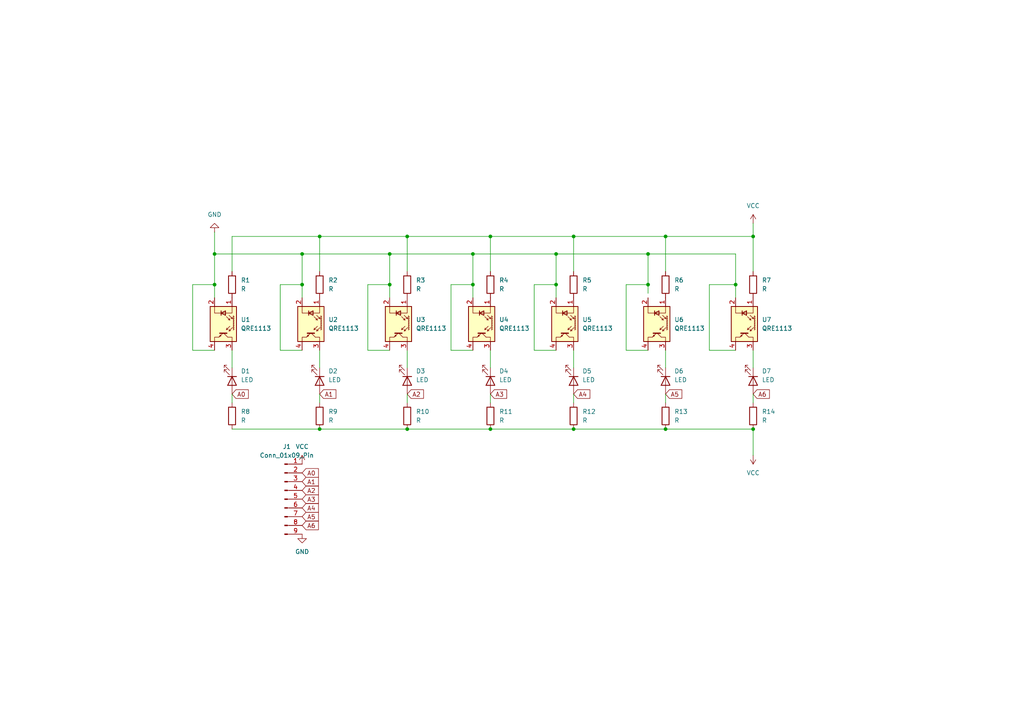
<source format=kicad_sch>
(kicad_sch
	(version 20231120)
	(generator "eeschema")
	(generator_version "8.0")
	(uuid "0605213b-4904-4141-b295-62aafd98d0a3")
	(paper "A4")
	(lib_symbols
		(symbol "Connector:Conn_01x09_Pin"
			(pin_names
				(offset 1.016) hide)
			(exclude_from_sim no)
			(in_bom yes)
			(on_board yes)
			(property "Reference" "J"
				(at 0 12.7 0)
				(effects
					(font
						(size 1.27 1.27)
					)
				)
			)
			(property "Value" "Conn_01x09_Pin"
				(at 0 -12.7 0)
				(effects
					(font
						(size 1.27 1.27)
					)
				)
			)
			(property "Footprint" ""
				(at 0 0 0)
				(effects
					(font
						(size 1.27 1.27)
					)
					(hide yes)
				)
			)
			(property "Datasheet" "~"
				(at 0 0 0)
				(effects
					(font
						(size 1.27 1.27)
					)
					(hide yes)
				)
			)
			(property "Description" "Generic connector, single row, 01x09, script generated"
				(at 0 0 0)
				(effects
					(font
						(size 1.27 1.27)
					)
					(hide yes)
				)
			)
			(property "ki_locked" ""
				(at 0 0 0)
				(effects
					(font
						(size 1.27 1.27)
					)
				)
			)
			(property "ki_keywords" "connector"
				(at 0 0 0)
				(effects
					(font
						(size 1.27 1.27)
					)
					(hide yes)
				)
			)
			(property "ki_fp_filters" "Connector*:*_1x??_*"
				(at 0 0 0)
				(effects
					(font
						(size 1.27 1.27)
					)
					(hide yes)
				)
			)
			(symbol "Conn_01x09_Pin_1_1"
				(polyline
					(pts
						(xy 1.27 -10.16) (xy 0.8636 -10.16)
					)
					(stroke
						(width 0.1524)
						(type default)
					)
					(fill
						(type none)
					)
				)
				(polyline
					(pts
						(xy 1.27 -7.62) (xy 0.8636 -7.62)
					)
					(stroke
						(width 0.1524)
						(type default)
					)
					(fill
						(type none)
					)
				)
				(polyline
					(pts
						(xy 1.27 -5.08) (xy 0.8636 -5.08)
					)
					(stroke
						(width 0.1524)
						(type default)
					)
					(fill
						(type none)
					)
				)
				(polyline
					(pts
						(xy 1.27 -2.54) (xy 0.8636 -2.54)
					)
					(stroke
						(width 0.1524)
						(type default)
					)
					(fill
						(type none)
					)
				)
				(polyline
					(pts
						(xy 1.27 0) (xy 0.8636 0)
					)
					(stroke
						(width 0.1524)
						(type default)
					)
					(fill
						(type none)
					)
				)
				(polyline
					(pts
						(xy 1.27 2.54) (xy 0.8636 2.54)
					)
					(stroke
						(width 0.1524)
						(type default)
					)
					(fill
						(type none)
					)
				)
				(polyline
					(pts
						(xy 1.27 5.08) (xy 0.8636 5.08)
					)
					(stroke
						(width 0.1524)
						(type default)
					)
					(fill
						(type none)
					)
				)
				(polyline
					(pts
						(xy 1.27 7.62) (xy 0.8636 7.62)
					)
					(stroke
						(width 0.1524)
						(type default)
					)
					(fill
						(type none)
					)
				)
				(polyline
					(pts
						(xy 1.27 10.16) (xy 0.8636 10.16)
					)
					(stroke
						(width 0.1524)
						(type default)
					)
					(fill
						(type none)
					)
				)
				(rectangle
					(start 0.8636 -10.033)
					(end 0 -10.287)
					(stroke
						(width 0.1524)
						(type default)
					)
					(fill
						(type outline)
					)
				)
				(rectangle
					(start 0.8636 -7.493)
					(end 0 -7.747)
					(stroke
						(width 0.1524)
						(type default)
					)
					(fill
						(type outline)
					)
				)
				(rectangle
					(start 0.8636 -4.953)
					(end 0 -5.207)
					(stroke
						(width 0.1524)
						(type default)
					)
					(fill
						(type outline)
					)
				)
				(rectangle
					(start 0.8636 -2.413)
					(end 0 -2.667)
					(stroke
						(width 0.1524)
						(type default)
					)
					(fill
						(type outline)
					)
				)
				(rectangle
					(start 0.8636 0.127)
					(end 0 -0.127)
					(stroke
						(width 0.1524)
						(type default)
					)
					(fill
						(type outline)
					)
				)
				(rectangle
					(start 0.8636 2.667)
					(end 0 2.413)
					(stroke
						(width 0.1524)
						(type default)
					)
					(fill
						(type outline)
					)
				)
				(rectangle
					(start 0.8636 5.207)
					(end 0 4.953)
					(stroke
						(width 0.1524)
						(type default)
					)
					(fill
						(type outline)
					)
				)
				(rectangle
					(start 0.8636 7.747)
					(end 0 7.493)
					(stroke
						(width 0.1524)
						(type default)
					)
					(fill
						(type outline)
					)
				)
				(rectangle
					(start 0.8636 10.287)
					(end 0 10.033)
					(stroke
						(width 0.1524)
						(type default)
					)
					(fill
						(type outline)
					)
				)
				(pin passive line
					(at 5.08 10.16 180)
					(length 3.81)
					(name "Pin_1"
						(effects
							(font
								(size 1.27 1.27)
							)
						)
					)
					(number "1"
						(effects
							(font
								(size 1.27 1.27)
							)
						)
					)
				)
				(pin passive line
					(at 5.08 7.62 180)
					(length 3.81)
					(name "Pin_2"
						(effects
							(font
								(size 1.27 1.27)
							)
						)
					)
					(number "2"
						(effects
							(font
								(size 1.27 1.27)
							)
						)
					)
				)
				(pin passive line
					(at 5.08 5.08 180)
					(length 3.81)
					(name "Pin_3"
						(effects
							(font
								(size 1.27 1.27)
							)
						)
					)
					(number "3"
						(effects
							(font
								(size 1.27 1.27)
							)
						)
					)
				)
				(pin passive line
					(at 5.08 2.54 180)
					(length 3.81)
					(name "Pin_4"
						(effects
							(font
								(size 1.27 1.27)
							)
						)
					)
					(number "4"
						(effects
							(font
								(size 1.27 1.27)
							)
						)
					)
				)
				(pin passive line
					(at 5.08 0 180)
					(length 3.81)
					(name "Pin_5"
						(effects
							(font
								(size 1.27 1.27)
							)
						)
					)
					(number "5"
						(effects
							(font
								(size 1.27 1.27)
							)
						)
					)
				)
				(pin passive line
					(at 5.08 -2.54 180)
					(length 3.81)
					(name "Pin_6"
						(effects
							(font
								(size 1.27 1.27)
							)
						)
					)
					(number "6"
						(effects
							(font
								(size 1.27 1.27)
							)
						)
					)
				)
				(pin passive line
					(at 5.08 -5.08 180)
					(length 3.81)
					(name "Pin_7"
						(effects
							(font
								(size 1.27 1.27)
							)
						)
					)
					(number "7"
						(effects
							(font
								(size 1.27 1.27)
							)
						)
					)
				)
				(pin passive line
					(at 5.08 -7.62 180)
					(length 3.81)
					(name "Pin_8"
						(effects
							(font
								(size 1.27 1.27)
							)
						)
					)
					(number "8"
						(effects
							(font
								(size 1.27 1.27)
							)
						)
					)
				)
				(pin passive line
					(at 5.08 -10.16 180)
					(length 3.81)
					(name "Pin_9"
						(effects
							(font
								(size 1.27 1.27)
							)
						)
					)
					(number "9"
						(effects
							(font
								(size 1.27 1.27)
							)
						)
					)
				)
			)
		)
		(symbol "Device:LED"
			(pin_numbers hide)
			(pin_names
				(offset 1.016) hide)
			(exclude_from_sim no)
			(in_bom yes)
			(on_board yes)
			(property "Reference" "D"
				(at 0 2.54 0)
				(effects
					(font
						(size 1.27 1.27)
					)
				)
			)
			(property "Value" "LED"
				(at 0 -2.54 0)
				(effects
					(font
						(size 1.27 1.27)
					)
				)
			)
			(property "Footprint" ""
				(at 0 0 0)
				(effects
					(font
						(size 1.27 1.27)
					)
					(hide yes)
				)
			)
			(property "Datasheet" "~"
				(at 0 0 0)
				(effects
					(font
						(size 1.27 1.27)
					)
					(hide yes)
				)
			)
			(property "Description" "Light emitting diode"
				(at 0 0 0)
				(effects
					(font
						(size 1.27 1.27)
					)
					(hide yes)
				)
			)
			(property "ki_keywords" "LED diode"
				(at 0 0 0)
				(effects
					(font
						(size 1.27 1.27)
					)
					(hide yes)
				)
			)
			(property "ki_fp_filters" "LED* LED_SMD:* LED_THT:*"
				(at 0 0 0)
				(effects
					(font
						(size 1.27 1.27)
					)
					(hide yes)
				)
			)
			(symbol "LED_0_1"
				(polyline
					(pts
						(xy -1.27 -1.27) (xy -1.27 1.27)
					)
					(stroke
						(width 0.254)
						(type default)
					)
					(fill
						(type none)
					)
				)
				(polyline
					(pts
						(xy -1.27 0) (xy 1.27 0)
					)
					(stroke
						(width 0)
						(type default)
					)
					(fill
						(type none)
					)
				)
				(polyline
					(pts
						(xy 1.27 -1.27) (xy 1.27 1.27) (xy -1.27 0) (xy 1.27 -1.27)
					)
					(stroke
						(width 0.254)
						(type default)
					)
					(fill
						(type none)
					)
				)
				(polyline
					(pts
						(xy -3.048 -0.762) (xy -4.572 -2.286) (xy -3.81 -2.286) (xy -4.572 -2.286) (xy -4.572 -1.524)
					)
					(stroke
						(width 0)
						(type default)
					)
					(fill
						(type none)
					)
				)
				(polyline
					(pts
						(xy -1.778 -0.762) (xy -3.302 -2.286) (xy -2.54 -2.286) (xy -3.302 -2.286) (xy -3.302 -1.524)
					)
					(stroke
						(width 0)
						(type default)
					)
					(fill
						(type none)
					)
				)
			)
			(symbol "LED_1_1"
				(pin passive line
					(at -3.81 0 0)
					(length 2.54)
					(name "K"
						(effects
							(font
								(size 1.27 1.27)
							)
						)
					)
					(number "1"
						(effects
							(font
								(size 1.27 1.27)
							)
						)
					)
				)
				(pin passive line
					(at 3.81 0 180)
					(length 2.54)
					(name "A"
						(effects
							(font
								(size 1.27 1.27)
							)
						)
					)
					(number "2"
						(effects
							(font
								(size 1.27 1.27)
							)
						)
					)
				)
			)
		)
		(symbol "Device:R"
			(pin_numbers hide)
			(pin_names
				(offset 0)
			)
			(exclude_from_sim no)
			(in_bom yes)
			(on_board yes)
			(property "Reference" "R"
				(at 2.032 0 90)
				(effects
					(font
						(size 1.27 1.27)
					)
				)
			)
			(property "Value" "R"
				(at 0 0 90)
				(effects
					(font
						(size 1.27 1.27)
					)
				)
			)
			(property "Footprint" ""
				(at -1.778 0 90)
				(effects
					(font
						(size 1.27 1.27)
					)
					(hide yes)
				)
			)
			(property "Datasheet" "~"
				(at 0 0 0)
				(effects
					(font
						(size 1.27 1.27)
					)
					(hide yes)
				)
			)
			(property "Description" "Resistor"
				(at 0 0 0)
				(effects
					(font
						(size 1.27 1.27)
					)
					(hide yes)
				)
			)
			(property "ki_keywords" "R res resistor"
				(at 0 0 0)
				(effects
					(font
						(size 1.27 1.27)
					)
					(hide yes)
				)
			)
			(property "ki_fp_filters" "R_*"
				(at 0 0 0)
				(effects
					(font
						(size 1.27 1.27)
					)
					(hide yes)
				)
			)
			(symbol "R_0_1"
				(rectangle
					(start -1.016 -2.54)
					(end 1.016 2.54)
					(stroke
						(width 0.254)
						(type default)
					)
					(fill
						(type none)
					)
				)
			)
			(symbol "R_1_1"
				(pin passive line
					(at 0 3.81 270)
					(length 1.27)
					(name "~"
						(effects
							(font
								(size 1.27 1.27)
							)
						)
					)
					(number "1"
						(effects
							(font
								(size 1.27 1.27)
							)
						)
					)
				)
				(pin passive line
					(at 0 -3.81 90)
					(length 1.27)
					(name "~"
						(effects
							(font
								(size 1.27 1.27)
							)
						)
					)
					(number "2"
						(effects
							(font
								(size 1.27 1.27)
							)
						)
					)
				)
			)
		)
		(symbol "Sensor_Proximity:QRE1113"
			(pin_names
				(offset 0.0254) hide)
			(exclude_from_sim no)
			(in_bom yes)
			(on_board yes)
			(property "Reference" "U"
				(at -3.81 5.08 0)
				(effects
					(font
						(size 1.27 1.27)
					)
				)
			)
			(property "Value" "QRE1113"
				(at 8.89 5.08 0)
				(effects
					(font
						(size 1.27 1.27)
					)
					(justify right)
				)
			)
			(property "Footprint" "OptoDevice:OnSemi_CASE100AQ"
				(at 0 -5.08 0)
				(effects
					(font
						(size 1.27 1.27)
					)
					(hide yes)
				)
			)
			(property "Datasheet" "http://www.onsemi.com/pub/Collateral/QRE1113-D.PDF"
				(at 0 2.54 0)
				(effects
					(font
						(size 1.27 1.27)
					)
					(hide yes)
				)
			)
			(property "Description" "Miniature Reflective Optical Object Sensor, DIP-like THT-package"
				(at 0 0 0)
				(effects
					(font
						(size 1.27 1.27)
					)
					(hide yes)
				)
			)
			(property "ki_keywords" "Reflective Optical Sensor Opto reflex coupler"
				(at 0 0 0)
				(effects
					(font
						(size 1.27 1.27)
					)
					(hide yes)
				)
			)
			(property "ki_fp_filters" "OnSemi*CASE100AQ*"
				(at 0 0 0)
				(effects
					(font
						(size 1.27 1.27)
					)
					(hide yes)
				)
			)
			(symbol "QRE1113_0_1"
				(polyline
					(pts
						(xy -3.81 -0.635) (xy -2.54 -0.635)
					)
					(stroke
						(width 0.254)
						(type default)
					)
					(fill
						(type none)
					)
				)
				(polyline
					(pts
						(xy -2.286 2.921) (xy -2.032 3.175)
					)
					(stroke
						(width 0)
						(type default)
					)
					(fill
						(type none)
					)
				)
				(polyline
					(pts
						(xy -1.778 2.921) (xy -1.524 3.175)
					)
					(stroke
						(width 0)
						(type default)
					)
					(fill
						(type none)
					)
				)
				(polyline
					(pts
						(xy -1.524 2.667) (xy -1.651 2.159)
					)
					(stroke
						(width 0)
						(type default)
					)
					(fill
						(type none)
					)
				)
				(polyline
					(pts
						(xy -1.27 2.921) (xy -1.016 3.175)
					)
					(stroke
						(width 0)
						(type default)
					)
					(fill
						(type none)
					)
				)
				(polyline
					(pts
						(xy -1.143 1.905) (xy -1.27 1.397)
					)
					(stroke
						(width 0)
						(type default)
					)
					(fill
						(type none)
					)
				)
				(polyline
					(pts
						(xy -0.762 2.921) (xy -0.508 3.175)
					)
					(stroke
						(width 0)
						(type default)
					)
					(fill
						(type none)
					)
				)
				(polyline
					(pts
						(xy -0.254 2.921) (xy 0 3.175)
					)
					(stroke
						(width 0)
						(type default)
					)
					(fill
						(type none)
					)
				)
				(polyline
					(pts
						(xy 0.254 2.921) (xy 0.508 3.175)
					)
					(stroke
						(width 0)
						(type default)
					)
					(fill
						(type none)
					)
				)
				(polyline
					(pts
						(xy 0.762 2.921) (xy 1.016 3.175)
					)
					(stroke
						(width 0)
						(type default)
					)
					(fill
						(type none)
					)
				)
				(polyline
					(pts
						(xy 1.27 2.921) (xy 1.524 3.175)
					)
					(stroke
						(width 0)
						(type default)
					)
					(fill
						(type none)
					)
				)
				(polyline
					(pts
						(xy 1.651 0.889) (xy 1.143 1.016)
					)
					(stroke
						(width 0)
						(type default)
					)
					(fill
						(type none)
					)
				)
				(polyline
					(pts
						(xy 1.778 2.921) (xy -2.413 2.921)
					)
					(stroke
						(width 0)
						(type default)
					)
					(fill
						(type none)
					)
				)
				(polyline
					(pts
						(xy 2.032 1.651) (xy 1.524 1.778)
					)
					(stroke
						(width 0)
						(type default)
					)
					(fill
						(type none)
					)
				)
				(polyline
					(pts
						(xy 2.667 -0.127) (xy 3.81 -1.27)
					)
					(stroke
						(width 0)
						(type default)
					)
					(fill
						(type none)
					)
				)
				(polyline
					(pts
						(xy 2.667 0.127) (xy 3.81 1.27)
					)
					(stroke
						(width 0)
						(type default)
					)
					(fill
						(type none)
					)
				)
				(polyline
					(pts
						(xy -2.54 1.651) (xy -1.524 2.667) (xy -2.032 2.54)
					)
					(stroke
						(width 0)
						(type default)
					)
					(fill
						(type none)
					)
				)
				(polyline
					(pts
						(xy -2.159 0.889) (xy -1.143 1.905) (xy -1.651 1.778)
					)
					(stroke
						(width 0)
						(type default)
					)
					(fill
						(type none)
					)
				)
				(polyline
					(pts
						(xy 0.635 1.905) (xy 1.651 0.889) (xy 1.524 1.397)
					)
					(stroke
						(width 0)
						(type default)
					)
					(fill
						(type none)
					)
				)
				(polyline
					(pts
						(xy 1.016 2.667) (xy 2.032 1.651) (xy 1.905 2.159)
					)
					(stroke
						(width 0)
						(type default)
					)
					(fill
						(type none)
					)
				)
				(polyline
					(pts
						(xy 2.667 1.016) (xy 2.667 -1.016) (xy 2.667 -1.016)
					)
					(stroke
						(width 0.3556)
						(type default)
					)
					(fill
						(type none)
					)
				)
				(polyline
					(pts
						(xy 3.81 -1.27) (xy 3.81 -2.54) (xy 5.08 -2.54)
					)
					(stroke
						(width 0)
						(type default)
					)
					(fill
						(type none)
					)
				)
				(polyline
					(pts
						(xy 3.81 1.27) (xy 3.81 2.54) (xy 5.08 2.54)
					)
					(stroke
						(width 0)
						(type default)
					)
					(fill
						(type none)
					)
				)
				(polyline
					(pts
						(xy -5.08 -2.54) (xy -3.175 -2.54) (xy -3.175 2.54) (xy -5.08 2.54)
					)
					(stroke
						(width 0)
						(type default)
					)
					(fill
						(type none)
					)
				)
				(polyline
					(pts
						(xy -3.175 -0.635) (xy -3.81 0.635) (xy -2.54 0.635) (xy -3.175 -0.635)
					)
					(stroke
						(width 0.254)
						(type default)
					)
					(fill
						(type none)
					)
				)
				(polyline
					(pts
						(xy 3.683 -1.143) (xy 3.429 -0.635) (xy 3.175 -0.889) (xy 3.683 -1.143)
					)
					(stroke
						(width 0)
						(type default)
					)
					(fill
						(type none)
					)
				)
				(polyline
					(pts
						(xy -5.08 -3.81) (xy 5.08 -3.81) (xy 5.08 3.81) (xy -5.08 3.81) (xy -5.08 -3.81)
					)
					(stroke
						(width 0.254)
						(type default)
					)
					(fill
						(type background)
					)
				)
			)
			(symbol "QRE1113_1_1"
				(pin passive line
					(at -7.62 2.54 0)
					(length 2.54)
					(name "A"
						(effects
							(font
								(size 1.27 1.27)
							)
						)
					)
					(number "1"
						(effects
							(font
								(size 1.27 1.27)
							)
						)
					)
				)
				(pin passive line
					(at -7.62 -2.54 0)
					(length 2.54)
					(name "K"
						(effects
							(font
								(size 1.27 1.27)
							)
						)
					)
					(number "2"
						(effects
							(font
								(size 1.27 1.27)
							)
						)
					)
				)
				(pin open_collector line
					(at 7.62 2.54 180)
					(length 2.54)
					(name "~"
						(effects
							(font
								(size 1.27 1.27)
							)
						)
					)
					(number "3"
						(effects
							(font
								(size 1.27 1.27)
							)
						)
					)
				)
				(pin open_emitter line
					(at 7.62 -2.54 180)
					(length 2.54)
					(name "~"
						(effects
							(font
								(size 1.27 1.27)
							)
						)
					)
					(number "4"
						(effects
							(font
								(size 1.27 1.27)
							)
						)
					)
				)
			)
		)
		(symbol "power:GND"
			(power)
			(pin_numbers hide)
			(pin_names
				(offset 0) hide)
			(exclude_from_sim no)
			(in_bom yes)
			(on_board yes)
			(property "Reference" "#PWR"
				(at 0 -6.35 0)
				(effects
					(font
						(size 1.27 1.27)
					)
					(hide yes)
				)
			)
			(property "Value" "GND"
				(at 0 -3.81 0)
				(effects
					(font
						(size 1.27 1.27)
					)
				)
			)
			(property "Footprint" ""
				(at 0 0 0)
				(effects
					(font
						(size 1.27 1.27)
					)
					(hide yes)
				)
			)
			(property "Datasheet" ""
				(at 0 0 0)
				(effects
					(font
						(size 1.27 1.27)
					)
					(hide yes)
				)
			)
			(property "Description" "Power symbol creates a global label with name \"GND\" , ground"
				(at 0 0 0)
				(effects
					(font
						(size 1.27 1.27)
					)
					(hide yes)
				)
			)
			(property "ki_keywords" "global power"
				(at 0 0 0)
				(effects
					(font
						(size 1.27 1.27)
					)
					(hide yes)
				)
			)
			(symbol "GND_0_1"
				(polyline
					(pts
						(xy 0 0) (xy 0 -1.27) (xy 1.27 -1.27) (xy 0 -2.54) (xy -1.27 -1.27) (xy 0 -1.27)
					)
					(stroke
						(width 0)
						(type default)
					)
					(fill
						(type none)
					)
				)
			)
			(symbol "GND_1_1"
				(pin power_in line
					(at 0 0 270)
					(length 0)
					(name "~"
						(effects
							(font
								(size 1.27 1.27)
							)
						)
					)
					(number "1"
						(effects
							(font
								(size 1.27 1.27)
							)
						)
					)
				)
			)
		)
		(symbol "power:VCC"
			(power)
			(pin_numbers hide)
			(pin_names
				(offset 0) hide)
			(exclude_from_sim no)
			(in_bom yes)
			(on_board yes)
			(property "Reference" "#PWR"
				(at 0 -3.81 0)
				(effects
					(font
						(size 1.27 1.27)
					)
					(hide yes)
				)
			)
			(property "Value" "VCC"
				(at 0 3.556 0)
				(effects
					(font
						(size 1.27 1.27)
					)
				)
			)
			(property "Footprint" ""
				(at 0 0 0)
				(effects
					(font
						(size 1.27 1.27)
					)
					(hide yes)
				)
			)
			(property "Datasheet" ""
				(at 0 0 0)
				(effects
					(font
						(size 1.27 1.27)
					)
					(hide yes)
				)
			)
			(property "Description" "Power symbol creates a global label with name \"VCC\""
				(at 0 0 0)
				(effects
					(font
						(size 1.27 1.27)
					)
					(hide yes)
				)
			)
			(property "ki_keywords" "global power"
				(at 0 0 0)
				(effects
					(font
						(size 1.27 1.27)
					)
					(hide yes)
				)
			)
			(symbol "VCC_0_1"
				(polyline
					(pts
						(xy -0.762 1.27) (xy 0 2.54)
					)
					(stroke
						(width 0)
						(type default)
					)
					(fill
						(type none)
					)
				)
				(polyline
					(pts
						(xy 0 0) (xy 0 2.54)
					)
					(stroke
						(width 0)
						(type default)
					)
					(fill
						(type none)
					)
				)
				(polyline
					(pts
						(xy 0 2.54) (xy 0.762 1.27)
					)
					(stroke
						(width 0)
						(type default)
					)
					(fill
						(type none)
					)
				)
			)
			(symbol "VCC_1_1"
				(pin power_in line
					(at 0 0 90)
					(length 0)
					(name "~"
						(effects
							(font
								(size 1.27 1.27)
							)
						)
					)
					(number "1"
						(effects
							(font
								(size 1.27 1.27)
							)
						)
					)
				)
			)
		)
	)
	(junction
		(at 193.04 124.46)
		(diameter 0)
		(color 0 0 0 0)
		(uuid "02171833-2987-4b78-8d0d-184bed210623")
	)
	(junction
		(at 142.24 68.58)
		(diameter 0)
		(color 0 0 0 0)
		(uuid "0331c0d5-9190-4944-a9e3-9798073f2edc")
	)
	(junction
		(at 87.63 73.66)
		(diameter 0)
		(color 0 0 0 0)
		(uuid "044831b8-d952-4fed-b116-12ff387ed60b")
	)
	(junction
		(at 193.04 68.58)
		(diameter 0)
		(color 0 0 0 0)
		(uuid "0891202b-5848-4865-bd2e-42a93bc1a188")
	)
	(junction
		(at 87.63 82.55)
		(diameter 0)
		(color 0 0 0 0)
		(uuid "1dd4dc34-46e7-4446-9c3c-29543a3ada5e")
	)
	(junction
		(at 113.03 82.55)
		(diameter 0)
		(color 0 0 0 0)
		(uuid "26a45798-bf2e-44ee-9ea7-f483f473f48c")
	)
	(junction
		(at 92.71 68.58)
		(diameter 0)
		(color 0 0 0 0)
		(uuid "28be8d57-fc71-4a6c-9bbb-1e08bdd4e403")
	)
	(junction
		(at 113.03 73.66)
		(diameter 0)
		(color 0 0 0 0)
		(uuid "319b7e5d-b380-4f97-af96-f552f050f7b2")
	)
	(junction
		(at 187.96 82.55)
		(diameter 0)
		(color 0 0 0 0)
		(uuid "3f699ca5-17ea-45e6-b1b1-f8643a1c02c9")
	)
	(junction
		(at 161.29 73.66)
		(diameter 0)
		(color 0 0 0 0)
		(uuid "5879d1d8-db67-4f6f-8196-0df60863fa74")
	)
	(junction
		(at 161.29 82.55)
		(diameter 0)
		(color 0 0 0 0)
		(uuid "6dc6eb83-b7b6-4dee-b376-e35d3af51beb")
	)
	(junction
		(at 218.44 68.58)
		(diameter 0)
		(color 0 0 0 0)
		(uuid "7ee5d9cb-232a-4dd3-9a5f-e9414bd5d67d")
	)
	(junction
		(at 118.11 124.46)
		(diameter 0)
		(color 0 0 0 0)
		(uuid "8cbcb781-fc63-46bf-b91c-756ed58773a1")
	)
	(junction
		(at 137.16 82.55)
		(diameter 0)
		(color 0 0 0 0)
		(uuid "9df7ee67-6c2c-461b-bfdb-cc49560acea1")
	)
	(junction
		(at 187.96 73.66)
		(diameter 0)
		(color 0 0 0 0)
		(uuid "9fd12269-2dd4-48c2-8438-a8ecd7b38755")
	)
	(junction
		(at 166.37 68.58)
		(diameter 0)
		(color 0 0 0 0)
		(uuid "c2308068-a47b-4644-85e6-94ae7324d4ea")
	)
	(junction
		(at 137.16 73.66)
		(diameter 0)
		(color 0 0 0 0)
		(uuid "c36671fc-6c1d-451a-96fe-6cb76a406476")
	)
	(junction
		(at 213.36 82.55)
		(diameter 0)
		(color 0 0 0 0)
		(uuid "c9c599d8-c615-46c6-b962-e67e183a8065")
	)
	(junction
		(at 62.23 73.66)
		(diameter 0)
		(color 0 0 0 0)
		(uuid "d024e36e-422d-474a-a1bb-9406e695f1e5")
	)
	(junction
		(at 218.44 124.46)
		(diameter 0)
		(color 0 0 0 0)
		(uuid "d23ce1ac-3e31-4960-b24f-16362c9ae923")
	)
	(junction
		(at 92.71 124.46)
		(diameter 0)
		(color 0 0 0 0)
		(uuid "d9fe908d-42af-4765-83e1-6c98d043d05e")
	)
	(junction
		(at 142.24 124.46)
		(diameter 0)
		(color 0 0 0 0)
		(uuid "eee97d6a-c6c8-44d3-9910-0e616c827962")
	)
	(junction
		(at 166.37 124.46)
		(diameter 0)
		(color 0 0 0 0)
		(uuid "f37c9b02-d4b8-4162-ac91-238a22e5548a")
	)
	(junction
		(at 62.23 82.55)
		(diameter 0)
		(color 0 0 0 0)
		(uuid "fb9430b6-39e3-453d-bf73-375b6f5f0ee0")
	)
	(junction
		(at 118.11 68.58)
		(diameter 0)
		(color 0 0 0 0)
		(uuid "fc918fe2-089d-46ea-912a-06ad2613d7ca")
	)
	(wire
		(pts
			(xy 67.31 124.46) (xy 92.71 124.46)
		)
		(stroke
			(width 0)
			(type default)
		)
		(uuid "0381c496-cd7e-4647-a20f-60664d1d817c")
	)
	(wire
		(pts
			(xy 62.23 73.66) (xy 62.23 82.55)
		)
		(stroke
			(width 0)
			(type default)
		)
		(uuid "0443f010-098a-4099-b2ad-692e68f8f416")
	)
	(wire
		(pts
			(xy 213.36 82.55) (xy 213.36 73.66)
		)
		(stroke
			(width 0)
			(type default)
		)
		(uuid "0606dbb5-fee1-4427-8308-654ca4520a24")
	)
	(wire
		(pts
			(xy 118.11 68.58) (xy 142.24 68.58)
		)
		(stroke
			(width 0)
			(type default)
		)
		(uuid "08aa6957-1f4b-47d0-8581-d3e0fbba6f54")
	)
	(wire
		(pts
			(xy 62.23 82.55) (xy 62.23 86.36)
		)
		(stroke
			(width 0)
			(type default)
		)
		(uuid "0d2fd222-6b5b-43d1-837a-55992aa71821")
	)
	(wire
		(pts
			(xy 142.24 124.46) (xy 166.37 124.46)
		)
		(stroke
			(width 0)
			(type default)
		)
		(uuid "0d340438-73cb-421d-9aab-0ee2a0a69c83")
	)
	(wire
		(pts
			(xy 67.31 68.58) (xy 92.71 68.58)
		)
		(stroke
			(width 0)
			(type default)
		)
		(uuid "1125997f-6f65-4978-9c3b-50cf808aafe9")
	)
	(wire
		(pts
			(xy 113.03 73.66) (xy 113.03 82.55)
		)
		(stroke
			(width 0)
			(type default)
		)
		(uuid "18af0def-8c9f-4dd2-880c-a427f6c564f6")
	)
	(wire
		(pts
			(xy 92.71 106.68) (xy 92.71 101.6)
		)
		(stroke
			(width 0)
			(type default)
		)
		(uuid "194ca38e-1e93-4db2-8f94-16eb5cf9dfc2")
	)
	(wire
		(pts
			(xy 161.29 73.66) (xy 161.29 82.55)
		)
		(stroke
			(width 0)
			(type default)
		)
		(uuid "1c4cc0d6-845d-49cc-a8b2-60e839dec369")
	)
	(wire
		(pts
			(xy 166.37 124.46) (xy 193.04 124.46)
		)
		(stroke
			(width 0)
			(type default)
		)
		(uuid "1d8664ea-ed72-4be8-99ed-688b3fe8e8ba")
	)
	(wire
		(pts
			(xy 187.96 82.55) (xy 187.96 73.66)
		)
		(stroke
			(width 0)
			(type default)
		)
		(uuid "20a8b9dd-81bf-49cf-b632-c4949eb20b90")
	)
	(wire
		(pts
			(xy 142.24 106.68) (xy 142.24 101.6)
		)
		(stroke
			(width 0)
			(type default)
		)
		(uuid "20f278de-4854-4059-8cba-698aa78f9333")
	)
	(wire
		(pts
			(xy 161.29 73.66) (xy 137.16 73.66)
		)
		(stroke
			(width 0)
			(type default)
		)
		(uuid "23bfe537-bf11-4877-8bf5-d5159a360968")
	)
	(wire
		(pts
			(xy 161.29 82.55) (xy 161.29 86.36)
		)
		(stroke
			(width 0)
			(type default)
		)
		(uuid "286c8b62-9f21-4869-8b6b-fd00341f1d40")
	)
	(wire
		(pts
			(xy 218.44 64.77) (xy 218.44 68.58)
		)
		(stroke
			(width 0)
			(type default)
		)
		(uuid "2ea40181-19ce-4a75-bb08-e7d46d80f6dd")
	)
	(wire
		(pts
			(xy 161.29 101.6) (xy 154.94 101.6)
		)
		(stroke
			(width 0)
			(type default)
		)
		(uuid "347578f6-bd69-43ca-870f-a71acbf82758")
	)
	(wire
		(pts
			(xy 218.44 114.3) (xy 218.44 116.84)
		)
		(stroke
			(width 0)
			(type default)
		)
		(uuid "37012b32-997f-4350-aec8-df3125a3d98e")
	)
	(wire
		(pts
			(xy 62.23 101.6) (xy 55.88 101.6)
		)
		(stroke
			(width 0)
			(type default)
		)
		(uuid "3af3e018-6fd3-4f9c-9813-b24bb17dc85c")
	)
	(wire
		(pts
			(xy 187.96 73.66) (xy 213.36 73.66)
		)
		(stroke
			(width 0)
			(type default)
		)
		(uuid "3fa46e73-7520-428a-ae49-7dca9969bfd9")
	)
	(wire
		(pts
			(xy 55.88 82.55) (xy 62.23 82.55)
		)
		(stroke
			(width 0)
			(type default)
		)
		(uuid "4203bfe1-4071-46e3-9dfb-aa4135cf58bd")
	)
	(wire
		(pts
			(xy 142.24 114.3) (xy 142.24 116.84)
		)
		(stroke
			(width 0)
			(type default)
		)
		(uuid "450607d8-c123-45d7-9cff-47562597f2d4")
	)
	(wire
		(pts
			(xy 181.61 82.55) (xy 187.96 82.55)
		)
		(stroke
			(width 0)
			(type default)
		)
		(uuid "4b196c63-67af-47fd-aa0d-f643e22ea6a0")
	)
	(wire
		(pts
			(xy 137.16 101.6) (xy 130.81 101.6)
		)
		(stroke
			(width 0)
			(type default)
		)
		(uuid "4e4690b6-ded4-4fac-aef3-817bdce3beb3")
	)
	(wire
		(pts
			(xy 106.68 82.55) (xy 113.03 82.55)
		)
		(stroke
			(width 0)
			(type default)
		)
		(uuid "50826d8f-79f9-48fb-a1cf-b069ea290a0b")
	)
	(wire
		(pts
			(xy 187.96 101.6) (xy 181.61 101.6)
		)
		(stroke
			(width 0)
			(type default)
		)
		(uuid "5218fa9a-4d84-4ec3-b134-73efcf198dfa")
	)
	(wire
		(pts
			(xy 137.16 82.55) (xy 137.16 86.36)
		)
		(stroke
			(width 0)
			(type default)
		)
		(uuid "53beebcd-f656-454a-a88d-80e200aec279")
	)
	(wire
		(pts
			(xy 67.31 78.74) (xy 67.31 68.58)
		)
		(stroke
			(width 0)
			(type default)
		)
		(uuid "558711da-ff42-436d-81f9-2d1c387c0f19")
	)
	(wire
		(pts
			(xy 161.29 73.66) (xy 187.96 73.66)
		)
		(stroke
			(width 0)
			(type default)
		)
		(uuid "55baf9e3-5b8f-4af1-9dc2-60e237aa74a4")
	)
	(wire
		(pts
			(xy 213.36 86.36) (xy 213.36 82.55)
		)
		(stroke
			(width 0)
			(type default)
		)
		(uuid "55f8f1b5-f2e9-46c1-8025-758095feb4b3")
	)
	(wire
		(pts
			(xy 87.63 82.55) (xy 87.63 86.36)
		)
		(stroke
			(width 0)
			(type default)
		)
		(uuid "564e8cb1-18c2-4982-89f3-c7c3fccc169a")
	)
	(wire
		(pts
			(xy 166.37 78.74) (xy 166.37 68.58)
		)
		(stroke
			(width 0)
			(type default)
		)
		(uuid "58d088e7-9b73-4118-95eb-a840f98fcf48")
	)
	(wire
		(pts
			(xy 205.74 82.55) (xy 213.36 82.55)
		)
		(stroke
			(width 0)
			(type default)
		)
		(uuid "5e41bf50-c3ac-4d61-8964-14c4b1a0b943")
	)
	(wire
		(pts
			(xy 87.63 73.66) (xy 62.23 73.66)
		)
		(stroke
			(width 0)
			(type default)
		)
		(uuid "651f116e-cbbc-4052-91bc-307455f93a3f")
	)
	(wire
		(pts
			(xy 92.71 124.46) (xy 118.11 124.46)
		)
		(stroke
			(width 0)
			(type default)
		)
		(uuid "6aec760b-af5c-42b7-94fb-8726b7058b78")
	)
	(wire
		(pts
			(xy 142.24 78.74) (xy 142.24 68.58)
		)
		(stroke
			(width 0)
			(type default)
		)
		(uuid "6d3d0975-d632-4d2c-bbf6-6dfe7d8a9cb9")
	)
	(wire
		(pts
			(xy 92.71 78.74) (xy 92.71 68.58)
		)
		(stroke
			(width 0)
			(type default)
		)
		(uuid "77b93b7d-7851-40b2-a72d-130bca79a94f")
	)
	(wire
		(pts
			(xy 118.11 124.46) (xy 142.24 124.46)
		)
		(stroke
			(width 0)
			(type default)
		)
		(uuid "77cf66d5-6442-4412-acd8-8d5ce0ac4627")
	)
	(wire
		(pts
			(xy 118.11 106.68) (xy 118.11 101.6)
		)
		(stroke
			(width 0)
			(type default)
		)
		(uuid "7919a70d-ed67-4bf7-9178-b5b5561f6910")
	)
	(wire
		(pts
			(xy 181.61 101.6) (xy 181.61 82.55)
		)
		(stroke
			(width 0)
			(type default)
		)
		(uuid "831dacb8-74e9-4834-821c-6401f43d686d")
	)
	(wire
		(pts
			(xy 154.94 101.6) (xy 154.94 82.55)
		)
		(stroke
			(width 0)
			(type default)
		)
		(uuid "849baee3-65ef-4e16-91a8-6dfdc0503d66")
	)
	(wire
		(pts
			(xy 137.16 73.66) (xy 113.03 73.66)
		)
		(stroke
			(width 0)
			(type default)
		)
		(uuid "85dc07e2-f26a-4c08-b488-8e132783cbad")
	)
	(wire
		(pts
			(xy 67.31 106.68) (xy 67.31 101.6)
		)
		(stroke
			(width 0)
			(type default)
		)
		(uuid "8793d0ae-bf13-4471-a7d9-ea00ed1bde3f")
	)
	(wire
		(pts
			(xy 166.37 68.58) (xy 193.04 68.58)
		)
		(stroke
			(width 0)
			(type default)
		)
		(uuid "8f77d30a-1abd-4779-b444-2e8084f2f6ff")
	)
	(wire
		(pts
			(xy 81.28 82.55) (xy 87.63 82.55)
		)
		(stroke
			(width 0)
			(type default)
		)
		(uuid "91952fac-2e9b-4d6a-8d70-7ea9fd4e0235")
	)
	(wire
		(pts
			(xy 55.88 101.6) (xy 55.88 82.55)
		)
		(stroke
			(width 0)
			(type default)
		)
		(uuid "97056295-bfda-4cfc-aef4-701099144940")
	)
	(wire
		(pts
			(xy 193.04 78.74) (xy 193.04 68.58)
		)
		(stroke
			(width 0)
			(type default)
		)
		(uuid "98c96bb4-1a26-4d22-8a2f-fad12ce475cd")
	)
	(wire
		(pts
			(xy 193.04 106.68) (xy 193.04 101.6)
		)
		(stroke
			(width 0)
			(type default)
		)
		(uuid "994117da-ef76-4e14-9335-e787b84fc082")
	)
	(wire
		(pts
			(xy 193.04 114.3) (xy 193.04 116.84)
		)
		(stroke
			(width 0)
			(type default)
		)
		(uuid "9bf0d1bd-bf18-4074-ac2a-d12ad143c7e6")
	)
	(wire
		(pts
			(xy 218.44 68.58) (xy 218.44 78.74)
		)
		(stroke
			(width 0)
			(type default)
		)
		(uuid "a018826d-bd3c-48f9-9b9c-add7af72442c")
	)
	(wire
		(pts
			(xy 137.16 73.66) (xy 137.16 82.55)
		)
		(stroke
			(width 0)
			(type default)
		)
		(uuid "a08025e1-120b-4b22-8143-471d76356f14")
	)
	(wire
		(pts
			(xy 218.44 106.68) (xy 218.44 101.6)
		)
		(stroke
			(width 0)
			(type default)
		)
		(uuid "a83d3d44-62d1-47de-84d6-1a670fbf7797")
	)
	(wire
		(pts
			(xy 130.81 101.6) (xy 130.81 82.55)
		)
		(stroke
			(width 0)
			(type default)
		)
		(uuid "b22fb03c-bb24-48ce-b088-ccb9176bcf98")
	)
	(wire
		(pts
			(xy 130.81 82.55) (xy 137.16 82.55)
		)
		(stroke
			(width 0)
			(type default)
		)
		(uuid "b9826d68-5d24-42ac-8072-0e76b2bab845")
	)
	(wire
		(pts
			(xy 218.44 124.46) (xy 218.44 132.08)
		)
		(stroke
			(width 0)
			(type default)
		)
		(uuid "bd066df9-c879-42ad-b85e-0af254c67ec3")
	)
	(wire
		(pts
			(xy 193.04 68.58) (xy 218.44 68.58)
		)
		(stroke
			(width 0)
			(type default)
		)
		(uuid "bd4b17a6-0d65-4db6-a02c-c8ea6bf08566")
	)
	(wire
		(pts
			(xy 213.36 101.6) (xy 205.74 101.6)
		)
		(stroke
			(width 0)
			(type default)
		)
		(uuid "c0a5056e-2e82-4f41-b08d-77061c06af59")
	)
	(wire
		(pts
			(xy 92.71 68.58) (xy 118.11 68.58)
		)
		(stroke
			(width 0)
			(type default)
		)
		(uuid "c0ea3a27-bc66-42d3-95f1-785f94ef4cc9")
	)
	(wire
		(pts
			(xy 166.37 106.68) (xy 166.37 101.6)
		)
		(stroke
			(width 0)
			(type default)
		)
		(uuid "c1aeaefe-613b-4705-9e1b-fdb48d7fdab6")
	)
	(wire
		(pts
			(xy 154.94 82.55) (xy 161.29 82.55)
		)
		(stroke
			(width 0)
			(type default)
		)
		(uuid "c938e845-0022-4cfc-8b41-9c110c3359f0")
	)
	(wire
		(pts
			(xy 92.71 114.3) (xy 92.71 116.84)
		)
		(stroke
			(width 0)
			(type default)
		)
		(uuid "cb3e0b45-105c-4228-8d8a-eb6cc7dbf7e6")
	)
	(wire
		(pts
			(xy 87.63 101.6) (xy 81.28 101.6)
		)
		(stroke
			(width 0)
			(type default)
		)
		(uuid "ce94fd6c-9af4-447a-a8cd-96c4f45d82b9")
	)
	(wire
		(pts
			(xy 113.03 101.6) (xy 106.68 101.6)
		)
		(stroke
			(width 0)
			(type default)
		)
		(uuid "cf6b8817-d142-4dda-a22f-1123c9508a33")
	)
	(wire
		(pts
			(xy 106.68 101.6) (xy 106.68 82.55)
		)
		(stroke
			(width 0)
			(type default)
		)
		(uuid "d430a63a-4f17-45af-be24-ddde8f0718e8")
	)
	(wire
		(pts
			(xy 118.11 78.74) (xy 118.11 68.58)
		)
		(stroke
			(width 0)
			(type default)
		)
		(uuid "d5a30b8d-2489-43b6-a878-9f4aa417f580")
	)
	(wire
		(pts
			(xy 81.28 101.6) (xy 81.28 82.55)
		)
		(stroke
			(width 0)
			(type default)
		)
		(uuid "d5fbbdc4-54c1-4de4-a881-aadf93d8d56a")
	)
	(wire
		(pts
			(xy 113.03 73.66) (xy 87.63 73.66)
		)
		(stroke
			(width 0)
			(type default)
		)
		(uuid "d7d833c2-520d-4b1d-977d-c2805b1be7e3")
	)
	(wire
		(pts
			(xy 62.23 67.31) (xy 62.23 73.66)
		)
		(stroke
			(width 0)
			(type default)
		)
		(uuid "d7eef868-151b-4c21-8c30-d2d61788d17c")
	)
	(wire
		(pts
			(xy 87.63 73.66) (xy 87.63 82.55)
		)
		(stroke
			(width 0)
			(type default)
		)
		(uuid "d9a7579c-da9c-4d6a-a577-5f4168e01abb")
	)
	(wire
		(pts
			(xy 113.03 82.55) (xy 113.03 86.36)
		)
		(stroke
			(width 0)
			(type default)
		)
		(uuid "dea4865d-344c-4f91-bab9-34211e62b516")
	)
	(wire
		(pts
			(xy 118.11 114.3) (xy 118.11 116.84)
		)
		(stroke
			(width 0)
			(type default)
		)
		(uuid "df23ee8e-2021-4d68-8576-49f5418db95b")
	)
	(wire
		(pts
			(xy 205.74 101.6) (xy 205.74 82.55)
		)
		(stroke
			(width 0)
			(type default)
		)
		(uuid "e42f3e1a-9121-4354-9f02-f23e1500caa3")
	)
	(wire
		(pts
			(xy 193.04 124.46) (xy 218.44 124.46)
		)
		(stroke
			(width 0)
			(type default)
		)
		(uuid "e728e13f-0d99-4032-b61e-6aac4d839cdd")
	)
	(wire
		(pts
			(xy 166.37 114.3) (xy 166.37 116.84)
		)
		(stroke
			(width 0)
			(type default)
		)
		(uuid "eee9a0c3-214a-4c3a-b5d9-edf712fdc42a")
	)
	(wire
		(pts
			(xy 187.96 85.09) (xy 187.96 82.55)
		)
		(stroke
			(width 0)
			(type default)
		)
		(uuid "fcd5666c-43f9-4d23-ad98-eba04fd47cf3")
	)
	(wire
		(pts
			(xy 67.31 114.3) (xy 67.31 116.84)
		)
		(stroke
			(width 0)
			(type default)
		)
		(uuid "fce4a0ae-7b3a-4c24-a926-e7fac0347a4d")
	)
	(wire
		(pts
			(xy 142.24 68.58) (xy 166.37 68.58)
		)
		(stroke
			(width 0)
			(type default)
		)
		(uuid "fea9a1fd-292f-4b62-ac08-4b63d3e32378")
	)
	(global_label "A0"
		(shape input)
		(at 87.63 137.16 0)
		(fields_autoplaced yes)
		(effects
			(font
				(size 1.27 1.27)
			)
			(justify left)
		)
		(uuid "068a0f47-90f7-4162-bc7d-6b376e034794")
		(property "Intersheetrefs" "${INTERSHEET_REFS}"
			(at 92.9133 137.16 0)
			(effects
				(font
					(size 1.27 1.27)
				)
				(justify left)
				(hide yes)
			)
		)
	)
	(global_label "A3"
		(shape input)
		(at 87.63 144.78 0)
		(fields_autoplaced yes)
		(effects
			(font
				(size 1.27 1.27)
			)
			(justify left)
		)
		(uuid "16e0f8be-deda-4a53-8cc5-14f9a822375c")
		(property "Intersheetrefs" "${INTERSHEET_REFS}"
			(at 92.9133 144.78 0)
			(effects
				(font
					(size 1.27 1.27)
				)
				(justify left)
				(hide yes)
			)
		)
	)
	(global_label "A4"
		(shape input)
		(at 166.37 114.3 0)
		(fields_autoplaced yes)
		(effects
			(font
				(size 1.27 1.27)
			)
			(justify left)
		)
		(uuid "26b79001-a24d-4e80-9894-f76c14f0ffac")
		(property "Intersheetrefs" "${INTERSHEET_REFS}"
			(at 171.6533 114.3 0)
			(effects
				(font
					(size 1.27 1.27)
				)
				(justify left)
				(hide yes)
			)
		)
	)
	(global_label "A5"
		(shape input)
		(at 87.63 149.86 0)
		(fields_autoplaced yes)
		(effects
			(font
				(size 1.27 1.27)
			)
			(justify left)
		)
		(uuid "3396cd04-547a-4de9-bb13-d7eae597b80f")
		(property "Intersheetrefs" "${INTERSHEET_REFS}"
			(at 92.9133 149.86 0)
			(effects
				(font
					(size 1.27 1.27)
				)
				(justify left)
				(hide yes)
			)
		)
	)
	(global_label "A4"
		(shape input)
		(at 87.63 147.32 0)
		(fields_autoplaced yes)
		(effects
			(font
				(size 1.27 1.27)
			)
			(justify left)
		)
		(uuid "47eb80c8-5f72-4097-9e94-559a3e6e4ec3")
		(property "Intersheetrefs" "${INTERSHEET_REFS}"
			(at 92.9133 147.32 0)
			(effects
				(font
					(size 1.27 1.27)
				)
				(justify left)
				(hide yes)
			)
		)
	)
	(global_label "A1"
		(shape input)
		(at 87.63 139.7 0)
		(fields_autoplaced yes)
		(effects
			(font
				(size 1.27 1.27)
			)
			(justify left)
		)
		(uuid "50a554b1-b43b-48d3-aa4e-16f0d959b174")
		(property "Intersheetrefs" "${INTERSHEET_REFS}"
			(at 92.9133 139.7 0)
			(effects
				(font
					(size 1.27 1.27)
				)
				(justify left)
				(hide yes)
			)
		)
	)
	(global_label "A3"
		(shape input)
		(at 142.24 114.3 0)
		(fields_autoplaced yes)
		(effects
			(font
				(size 1.27 1.27)
			)
			(justify left)
		)
		(uuid "7762a855-b0c1-47f1-9964-fac31c7943e0")
		(property "Intersheetrefs" "${INTERSHEET_REFS}"
			(at 147.5233 114.3 0)
			(effects
				(font
					(size 1.27 1.27)
				)
				(justify left)
				(hide yes)
			)
		)
	)
	(global_label "A5"
		(shape input)
		(at 193.04 114.3 0)
		(fields_autoplaced yes)
		(effects
			(font
				(size 1.27 1.27)
			)
			(justify left)
		)
		(uuid "939f4a1b-5bea-4eb9-bbbc-31f3edb7838a")
		(property "Intersheetrefs" "${INTERSHEET_REFS}"
			(at 198.3233 114.3 0)
			(effects
				(font
					(size 1.27 1.27)
				)
				(justify left)
				(hide yes)
			)
		)
	)
	(global_label "A2"
		(shape input)
		(at 87.63 142.24 0)
		(fields_autoplaced yes)
		(effects
			(font
				(size 1.27 1.27)
			)
			(justify left)
		)
		(uuid "95544ee1-e814-486a-bfc2-418e3baa223f")
		(property "Intersheetrefs" "${INTERSHEET_REFS}"
			(at 92.9133 142.24 0)
			(effects
				(font
					(size 1.27 1.27)
				)
				(justify left)
				(hide yes)
			)
		)
	)
	(global_label "A2"
		(shape input)
		(at 118.11 114.3 0)
		(fields_autoplaced yes)
		(effects
			(font
				(size 1.27 1.27)
			)
			(justify left)
		)
		(uuid "b7edfac1-f61a-4ad9-93e2-565b8d6b71c2")
		(property "Intersheetrefs" "${INTERSHEET_REFS}"
			(at 123.3933 114.3 0)
			(effects
				(font
					(size 1.27 1.27)
				)
				(justify left)
				(hide yes)
			)
		)
	)
	(global_label "A6"
		(shape input)
		(at 87.63 152.4 0)
		(fields_autoplaced yes)
		(effects
			(font
				(size 1.27 1.27)
			)
			(justify left)
		)
		(uuid "c1a033f3-2f5c-4f15-83ae-6eff579c05c9")
		(property "Intersheetrefs" "${INTERSHEET_REFS}"
			(at 92.9133 152.4 0)
			(effects
				(font
					(size 1.27 1.27)
				)
				(justify left)
				(hide yes)
			)
		)
	)
	(global_label "A1"
		(shape input)
		(at 92.71 114.3 0)
		(fields_autoplaced yes)
		(effects
			(font
				(size 1.27 1.27)
			)
			(justify left)
		)
		(uuid "d03913b1-c2b4-4868-8022-696cb10160f7")
		(property "Intersheetrefs" "${INTERSHEET_REFS}"
			(at 97.9933 114.3 0)
			(effects
				(font
					(size 1.27 1.27)
				)
				(justify left)
				(hide yes)
			)
		)
	)
	(global_label "A0"
		(shape input)
		(at 67.31 114.3 0)
		(fields_autoplaced yes)
		(effects
			(font
				(size 1.27 1.27)
			)
			(justify left)
		)
		(uuid "dbdb093b-73f7-4b00-8e3d-5ae4173b85a3")
		(property "Intersheetrefs" "${INTERSHEET_REFS}"
			(at 72.5933 114.3 0)
			(effects
				(font
					(size 1.27 1.27)
				)
				(justify left)
				(hide yes)
			)
		)
	)
	(global_label "A6"
		(shape input)
		(at 218.44 114.3 0)
		(fields_autoplaced yes)
		(effects
			(font
				(size 1.27 1.27)
			)
			(justify left)
		)
		(uuid "dfd87225-ee2f-4039-ba64-cb9284f5ebe3")
		(property "Intersheetrefs" "${INTERSHEET_REFS}"
			(at 223.7233 114.3 0)
			(effects
				(font
					(size 1.27 1.27)
				)
				(justify left)
				(hide yes)
			)
		)
	)
	(symbol
		(lib_id "Device:R")
		(at 92.71 120.65 0)
		(unit 1)
		(exclude_from_sim no)
		(in_bom yes)
		(on_board yes)
		(dnp no)
		(fields_autoplaced yes)
		(uuid "06f04cad-bb16-4924-af30-b5e4164a6b9c")
		(property "Reference" "R9"
			(at 95.25 119.3799 0)
			(effects
				(font
					(size 1.27 1.27)
				)
				(justify left)
			)
		)
		(property "Value" "R"
			(at 95.25 121.9199 0)
			(effects
				(font
					(size 1.27 1.27)
				)
				(justify left)
			)
		)
		(property "Footprint" "Resistor_THT:R_Axial_DIN0204_L3.6mm_D1.6mm_P5.08mm_Horizontal"
			(at 90.932 120.65 90)
			(effects
				(font
					(size 1.27 1.27)
				)
				(hide yes)
			)
		)
		(property "Datasheet" "~"
			(at 92.71 120.65 0)
			(effects
				(font
					(size 1.27 1.27)
				)
				(hide yes)
			)
		)
		(property "Description" "Resistor"
			(at 92.71 120.65 0)
			(effects
				(font
					(size 1.27 1.27)
				)
				(hide yes)
			)
		)
		(pin "2"
			(uuid "6fb938e4-5d52-4d18-b4e5-b007ce476786")
		)
		(pin "1"
			(uuid "725c360a-6137-49a5-8618-75425b1edc84")
		)
		(instances
			(project "IR_array_sensor"
				(path "/0605213b-4904-4141-b295-62aafd98d0a3"
					(reference "R9")
					(unit 1)
				)
			)
		)
	)
	(symbol
		(lib_id "Sensor_Proximity:QRE1113")
		(at 163.83 93.98 270)
		(unit 1)
		(exclude_from_sim no)
		(in_bom yes)
		(on_board yes)
		(dnp no)
		(fields_autoplaced yes)
		(uuid "07bd8e3e-a71f-4082-ab9c-f321d5d0ad25")
		(property "Reference" "U5"
			(at 168.91 92.7099 90)
			(effects
				(font
					(size 1.27 1.27)
				)
				(justify left)
			)
		)
		(property "Value" "QRE1113"
			(at 168.91 95.2499 90)
			(effects
				(font
					(size 1.27 1.27)
				)
				(justify left)
			)
		)
		(property "Footprint" "OptoDevice:OnSemi_CASE100AQ"
			(at 158.75 93.98 0)
			(effects
				(font
					(size 1.27 1.27)
				)
				(hide yes)
			)
		)
		(property "Datasheet" "http://www.onsemi.com/pub/Collateral/QRE1113-D.PDF"
			(at 166.37 93.98 0)
			(effects
				(font
					(size 1.27 1.27)
				)
				(hide yes)
			)
		)
		(property "Description" "Miniature Reflective Optical Object Sensor, DIP-like THT-package"
			(at 163.83 93.98 0)
			(effects
				(font
					(size 1.27 1.27)
				)
				(hide yes)
			)
		)
		(pin "3"
			(uuid "63ace47a-1eaa-4bf3-81a1-e36303323f65")
		)
		(pin "2"
			(uuid "334c1dd7-0b15-402f-94ae-82e77e72fbb3")
		)
		(pin "4"
			(uuid "f697e248-86ce-4d70-afd7-34624106c258")
		)
		(pin "1"
			(uuid "2ae54db5-6e1b-4b89-a8e6-a8a1545e5af9")
		)
		(instances
			(project "IR_array_sensor"
				(path "/0605213b-4904-4141-b295-62aafd98d0a3"
					(reference "U5")
					(unit 1)
				)
			)
		)
	)
	(symbol
		(lib_id "Device:R")
		(at 67.31 82.55 0)
		(unit 1)
		(exclude_from_sim no)
		(in_bom yes)
		(on_board yes)
		(dnp no)
		(fields_autoplaced yes)
		(uuid "0d26b75a-a9ce-4020-9ed3-59e1b5befc1a")
		(property "Reference" "R1"
			(at 69.85 81.2799 0)
			(effects
				(font
					(size 1.27 1.27)
				)
				(justify left)
			)
		)
		(property "Value" "R"
			(at 69.85 83.8199 0)
			(effects
				(font
					(size 1.27 1.27)
				)
				(justify left)
			)
		)
		(property "Footprint" "Resistor_THT:R_Axial_DIN0204_L3.6mm_D1.6mm_P5.08mm_Horizontal"
			(at 65.532 82.55 90)
			(effects
				(font
					(size 1.27 1.27)
				)
				(hide yes)
			)
		)
		(property "Datasheet" "~"
			(at 67.31 82.55 0)
			(effects
				(font
					(size 1.27 1.27)
				)
				(hide yes)
			)
		)
		(property "Description" "Resistor"
			(at 67.31 82.55 0)
			(effects
				(font
					(size 1.27 1.27)
				)
				(hide yes)
			)
		)
		(pin "2"
			(uuid "a5a8a397-bc91-47c0-93aa-a5b10317b51a")
		)
		(pin "1"
			(uuid "fee251b4-4b14-445a-8e6b-cfc9ff6b82b0")
		)
		(instances
			(project "IR_array_sensor"
				(path "/0605213b-4904-4141-b295-62aafd98d0a3"
					(reference "R1")
					(unit 1)
				)
			)
		)
	)
	(symbol
		(lib_id "Device:R")
		(at 67.31 120.65 0)
		(unit 1)
		(exclude_from_sim no)
		(in_bom yes)
		(on_board yes)
		(dnp no)
		(fields_autoplaced yes)
		(uuid "0fe535b0-0627-47da-b964-066196b5dcb1")
		(property "Reference" "R8"
			(at 69.85 119.3799 0)
			(effects
				(font
					(size 1.27 1.27)
				)
				(justify left)
			)
		)
		(property "Value" "R"
			(at 69.85 121.9199 0)
			(effects
				(font
					(size 1.27 1.27)
				)
				(justify left)
			)
		)
		(property "Footprint" "Resistor_THT:R_Axial_DIN0204_L3.6mm_D1.6mm_P5.08mm_Horizontal"
			(at 65.532 120.65 90)
			(effects
				(font
					(size 1.27 1.27)
				)
				(hide yes)
			)
		)
		(property "Datasheet" "~"
			(at 67.31 120.65 0)
			(effects
				(font
					(size 1.27 1.27)
				)
				(hide yes)
			)
		)
		(property "Description" "Resistor"
			(at 67.31 120.65 0)
			(effects
				(font
					(size 1.27 1.27)
				)
				(hide yes)
			)
		)
		(pin "2"
			(uuid "149c3058-6337-4538-b97f-a889bcf6a67c")
		)
		(pin "1"
			(uuid "f13603da-d13b-431c-b373-5a50074d75c6")
		)
		(instances
			(project "IR_array_sensor"
				(path "/0605213b-4904-4141-b295-62aafd98d0a3"
					(reference "R8")
					(unit 1)
				)
			)
		)
	)
	(symbol
		(lib_id "Sensor_Proximity:QRE1113")
		(at 139.7 93.98 270)
		(unit 1)
		(exclude_from_sim no)
		(in_bom yes)
		(on_board yes)
		(dnp no)
		(fields_autoplaced yes)
		(uuid "17e4358b-b01b-4665-9d3b-6e8649e9b1c0")
		(property "Reference" "U4"
			(at 144.78 92.7099 90)
			(effects
				(font
					(size 1.27 1.27)
				)
				(justify left)
			)
		)
		(property "Value" "QRE1113"
			(at 144.78 95.2499 90)
			(effects
				(font
					(size 1.27 1.27)
				)
				(justify left)
			)
		)
		(property "Footprint" "OptoDevice:OnSemi_CASE100AQ"
			(at 134.62 93.98 0)
			(effects
				(font
					(size 1.27 1.27)
				)
				(hide yes)
			)
		)
		(property "Datasheet" "http://www.onsemi.com/pub/Collateral/QRE1113-D.PDF"
			(at 142.24 93.98 0)
			(effects
				(font
					(size 1.27 1.27)
				)
				(hide yes)
			)
		)
		(property "Description" "Miniature Reflective Optical Object Sensor, DIP-like THT-package"
			(at 139.7 93.98 0)
			(effects
				(font
					(size 1.27 1.27)
				)
				(hide yes)
			)
		)
		(pin "3"
			(uuid "7642a8e1-b787-4db4-ae0b-bd2d461a96fd")
		)
		(pin "2"
			(uuid "da06a646-9e22-42f6-af3a-6373e92204d5")
		)
		(pin "4"
			(uuid "57bf0a1a-3cd6-49ba-844a-aa18ee3ec4bc")
		)
		(pin "1"
			(uuid "80ad5946-fb48-412d-b909-fd34831280ce")
		)
		(instances
			(project "IR_array_sensor"
				(path "/0605213b-4904-4141-b295-62aafd98d0a3"
					(reference "U4")
					(unit 1)
				)
			)
		)
	)
	(symbol
		(lib_id "Device:R")
		(at 118.11 82.55 0)
		(unit 1)
		(exclude_from_sim no)
		(in_bom yes)
		(on_board yes)
		(dnp no)
		(fields_autoplaced yes)
		(uuid "2161d5ee-f620-4f74-878f-e4587bee831d")
		(property "Reference" "R3"
			(at 120.65 81.2799 0)
			(effects
				(font
					(size 1.27 1.27)
				)
				(justify left)
			)
		)
		(property "Value" "R"
			(at 120.65 83.8199 0)
			(effects
				(font
					(size 1.27 1.27)
				)
				(justify left)
			)
		)
		(property "Footprint" "Resistor_THT:R_Axial_DIN0204_L3.6mm_D1.6mm_P5.08mm_Horizontal"
			(at 116.332 82.55 90)
			(effects
				(font
					(size 1.27 1.27)
				)
				(hide yes)
			)
		)
		(property "Datasheet" "~"
			(at 118.11 82.55 0)
			(effects
				(font
					(size 1.27 1.27)
				)
				(hide yes)
			)
		)
		(property "Description" "Resistor"
			(at 118.11 82.55 0)
			(effects
				(font
					(size 1.27 1.27)
				)
				(hide yes)
			)
		)
		(pin "2"
			(uuid "4a778341-cc2d-43ad-ba5d-63be13c319e9")
		)
		(pin "1"
			(uuid "d2d8ec3c-4eab-4e37-97b0-b6b34beecf05")
		)
		(instances
			(project "IR_array_sensor"
				(path "/0605213b-4904-4141-b295-62aafd98d0a3"
					(reference "R3")
					(unit 1)
				)
			)
		)
	)
	(symbol
		(lib_id "Device:LED")
		(at 92.71 110.49 270)
		(unit 1)
		(exclude_from_sim no)
		(in_bom yes)
		(on_board yes)
		(dnp no)
		(fields_autoplaced yes)
		(uuid "30090c95-c843-43ca-87eb-95d235db3c75")
		(property "Reference" "D2"
			(at 95.25 107.6324 90)
			(effects
				(font
					(size 1.27 1.27)
				)
				(justify left)
			)
		)
		(property "Value" "LED"
			(at 95.25 110.1724 90)
			(effects
				(font
					(size 1.27 1.27)
				)
				(justify left)
			)
		)
		(property "Footprint" "LED_THT:LED_D5.0mm"
			(at 92.71 110.49 0)
			(effects
				(font
					(size 1.27 1.27)
				)
				(hide yes)
			)
		)
		(property "Datasheet" "~"
			(at 92.71 110.49 0)
			(effects
				(font
					(size 1.27 1.27)
				)
				(hide yes)
			)
		)
		(property "Description" "Light emitting diode"
			(at 92.71 110.49 0)
			(effects
				(font
					(size 1.27 1.27)
				)
				(hide yes)
			)
		)
		(pin "1"
			(uuid "19482be0-70b5-49e6-a1dc-607adf6ece9f")
		)
		(pin "2"
			(uuid "f331af24-62ee-4f83-9646-d9f6dd27d449")
		)
		(instances
			(project "IR_array_sensor"
				(path "/0605213b-4904-4141-b295-62aafd98d0a3"
					(reference "D2")
					(unit 1)
				)
			)
		)
	)
	(symbol
		(lib_id "power:GND")
		(at 87.63 154.94 0)
		(unit 1)
		(exclude_from_sim no)
		(in_bom yes)
		(on_board yes)
		(dnp no)
		(fields_autoplaced yes)
		(uuid "402ff06e-d4e7-4f3d-9d8d-e48b1f3c0696")
		(property "Reference" "#PWR05"
			(at 87.63 161.29 0)
			(effects
				(font
					(size 1.27 1.27)
				)
				(hide yes)
			)
		)
		(property "Value" "GND"
			(at 87.63 160.02 0)
			(effects
				(font
					(size 1.27 1.27)
				)
			)
		)
		(property "Footprint" ""
			(at 87.63 154.94 0)
			(effects
				(font
					(size 1.27 1.27)
				)
				(hide yes)
			)
		)
		(property "Datasheet" ""
			(at 87.63 154.94 0)
			(effects
				(font
					(size 1.27 1.27)
				)
				(hide yes)
			)
		)
		(property "Description" "Power symbol creates a global label with name \"GND\" , ground"
			(at 87.63 154.94 0)
			(effects
				(font
					(size 1.27 1.27)
				)
				(hide yes)
			)
		)
		(pin "1"
			(uuid "1bf7d90f-f16b-45c7-ba0e-e93408f425a2")
		)
		(instances
			(project "IR_array_sensor"
				(path "/0605213b-4904-4141-b295-62aafd98d0a3"
					(reference "#PWR05")
					(unit 1)
				)
			)
		)
	)
	(symbol
		(lib_id "Sensor_Proximity:QRE1113")
		(at 190.5 93.98 270)
		(unit 1)
		(exclude_from_sim no)
		(in_bom yes)
		(on_board yes)
		(dnp no)
		(fields_autoplaced yes)
		(uuid "4030b68c-7727-4fa7-ab5b-455b30de400c")
		(property "Reference" "U6"
			(at 195.58 92.7099 90)
			(effects
				(font
					(size 1.27 1.27)
				)
				(justify left)
			)
		)
		(property "Value" "QRE1113"
			(at 195.58 95.2499 90)
			(effects
				(font
					(size 1.27 1.27)
				)
				(justify left)
			)
		)
		(property "Footprint" "OptoDevice:OnSemi_CASE100AQ"
			(at 185.42 93.98 0)
			(effects
				(font
					(size 1.27 1.27)
				)
				(hide yes)
			)
		)
		(property "Datasheet" "http://www.onsemi.com/pub/Collateral/QRE1113-D.PDF"
			(at 193.04 93.98 0)
			(effects
				(font
					(size 1.27 1.27)
				)
				(hide yes)
			)
		)
		(property "Description" "Miniature Reflective Optical Object Sensor, DIP-like THT-package"
			(at 190.5 93.98 0)
			(effects
				(font
					(size 1.27 1.27)
				)
				(hide yes)
			)
		)
		(pin "3"
			(uuid "ae8b1e5b-0324-4bf9-a572-b0db80d9c0c1")
		)
		(pin "2"
			(uuid "49af61d0-dab0-4a9a-827f-5009df29e36a")
		)
		(pin "4"
			(uuid "c294d320-e8bd-44cf-97e6-4bd68fef77cd")
		)
		(pin "1"
			(uuid "9e377f49-4387-46b7-88b9-9a27ef4a6038")
		)
		(instances
			(project "IR_array_sensor"
				(path "/0605213b-4904-4141-b295-62aafd98d0a3"
					(reference "U6")
					(unit 1)
				)
			)
		)
	)
	(symbol
		(lib_id "Sensor_Proximity:QRE1113")
		(at 215.9 93.98 270)
		(unit 1)
		(exclude_from_sim no)
		(in_bom yes)
		(on_board yes)
		(dnp no)
		(fields_autoplaced yes)
		(uuid "4ecabd86-d0b7-4363-9545-65a4ccadc5be")
		(property "Reference" "U7"
			(at 220.98 92.7099 90)
			(effects
				(font
					(size 1.27 1.27)
				)
				(justify left)
			)
		)
		(property "Value" "QRE1113"
			(at 220.98 95.2499 90)
			(effects
				(font
					(size 1.27 1.27)
				)
				(justify left)
			)
		)
		(property "Footprint" "OptoDevice:OnSemi_CASE100AQ"
			(at 210.82 93.98 0)
			(effects
				(font
					(size 1.27 1.27)
				)
				(hide yes)
			)
		)
		(property "Datasheet" "http://www.onsemi.com/pub/Collateral/QRE1113-D.PDF"
			(at 218.44 93.98 0)
			(effects
				(font
					(size 1.27 1.27)
				)
				(hide yes)
			)
		)
		(property "Description" "Miniature Reflective Optical Object Sensor, DIP-like THT-package"
			(at 215.9 93.98 0)
			(effects
				(font
					(size 1.27 1.27)
				)
				(hide yes)
			)
		)
		(pin "3"
			(uuid "70e4960a-2029-4ddf-b575-948daee11182")
		)
		(pin "2"
			(uuid "f8a86a36-adde-469f-ac1b-4a58b9fe8eca")
		)
		(pin "4"
			(uuid "317117af-211e-4ffd-a03a-31e7cafaa0d8")
		)
		(pin "1"
			(uuid "6867ccc8-d3e9-4873-9469-5f6764fe1b7d")
		)
		(instances
			(project "IR_array_sensor"
				(path "/0605213b-4904-4141-b295-62aafd98d0a3"
					(reference "U7")
					(unit 1)
				)
			)
		)
	)
	(symbol
		(lib_id "Device:R")
		(at 193.04 82.55 0)
		(unit 1)
		(exclude_from_sim no)
		(in_bom yes)
		(on_board yes)
		(dnp no)
		(fields_autoplaced yes)
		(uuid "5ab16681-48c9-441b-9d61-61ad5695715d")
		(property "Reference" "R6"
			(at 195.58 81.2799 0)
			(effects
				(font
					(size 1.27 1.27)
				)
				(justify left)
			)
		)
		(property "Value" "R"
			(at 195.58 83.8199 0)
			(effects
				(font
					(size 1.27 1.27)
				)
				(justify left)
			)
		)
		(property "Footprint" "Resistor_THT:R_Axial_DIN0204_L3.6mm_D1.6mm_P5.08mm_Horizontal"
			(at 191.262 82.55 90)
			(effects
				(font
					(size 1.27 1.27)
				)
				(hide yes)
			)
		)
		(property "Datasheet" "~"
			(at 193.04 82.55 0)
			(effects
				(font
					(size 1.27 1.27)
				)
				(hide yes)
			)
		)
		(property "Description" "Resistor"
			(at 193.04 82.55 0)
			(effects
				(font
					(size 1.27 1.27)
				)
				(hide yes)
			)
		)
		(pin "2"
			(uuid "233afcbb-4ce1-4347-9ab8-f4459d63b3a0")
		)
		(pin "1"
			(uuid "28a59573-b227-4b6d-a468-c4ab2fa2237c")
		)
		(instances
			(project "IR_array_sensor"
				(path "/0605213b-4904-4141-b295-62aafd98d0a3"
					(reference "R6")
					(unit 1)
				)
			)
		)
	)
	(symbol
		(lib_id "Device:LED")
		(at 193.04 110.49 270)
		(unit 1)
		(exclude_from_sim no)
		(in_bom yes)
		(on_board yes)
		(dnp no)
		(fields_autoplaced yes)
		(uuid "63d648e6-0983-41b6-b410-5917090ac621")
		(property "Reference" "D6"
			(at 195.58 107.6324 90)
			(effects
				(font
					(size 1.27 1.27)
				)
				(justify left)
			)
		)
		(property "Value" "LED"
			(at 195.58 110.1724 90)
			(effects
				(font
					(size 1.27 1.27)
				)
				(justify left)
			)
		)
		(property "Footprint" "LED_THT:LED_D5.0mm"
			(at 193.04 110.49 0)
			(effects
				(font
					(size 1.27 1.27)
				)
				(hide yes)
			)
		)
		(property "Datasheet" "~"
			(at 193.04 110.49 0)
			(effects
				(font
					(size 1.27 1.27)
				)
				(hide yes)
			)
		)
		(property "Description" "Light emitting diode"
			(at 193.04 110.49 0)
			(effects
				(font
					(size 1.27 1.27)
				)
				(hide yes)
			)
		)
		(pin "1"
			(uuid "4bbed3c2-a23c-4842-9bb9-d547a46ae1d6")
		)
		(pin "2"
			(uuid "88e8bdd5-0615-461a-bf0c-0dbbf2583abf")
		)
		(instances
			(project "IR_array_sensor"
				(path "/0605213b-4904-4141-b295-62aafd98d0a3"
					(reference "D6")
					(unit 1)
				)
			)
		)
	)
	(symbol
		(lib_id "Device:LED")
		(at 218.44 110.49 270)
		(unit 1)
		(exclude_from_sim no)
		(in_bom yes)
		(on_board yes)
		(dnp no)
		(fields_autoplaced yes)
		(uuid "6519d0fe-8616-4212-9fd8-56bb1ca48c2f")
		(property "Reference" "D7"
			(at 220.98 107.6324 90)
			(effects
				(font
					(size 1.27 1.27)
				)
				(justify left)
			)
		)
		(property "Value" "LED"
			(at 220.98 110.1724 90)
			(effects
				(font
					(size 1.27 1.27)
				)
				(justify left)
			)
		)
		(property "Footprint" "LED_THT:LED_D5.0mm"
			(at 218.44 110.49 0)
			(effects
				(font
					(size 1.27 1.27)
				)
				(hide yes)
			)
		)
		(property "Datasheet" "~"
			(at 218.44 110.49 0)
			(effects
				(font
					(size 1.27 1.27)
				)
				(hide yes)
			)
		)
		(property "Description" "Light emitting diode"
			(at 218.44 110.49 0)
			(effects
				(font
					(size 1.27 1.27)
				)
				(hide yes)
			)
		)
		(pin "1"
			(uuid "fdac9b3b-0f07-4579-be87-33525bc20443")
		)
		(pin "2"
			(uuid "bfa8b08a-ee63-4720-bee4-e7c8a5689573")
		)
		(instances
			(project "IR_array_sensor"
				(path "/0605213b-4904-4141-b295-62aafd98d0a3"
					(reference "D7")
					(unit 1)
				)
			)
		)
	)
	(symbol
		(lib_id "Connector:Conn_01x09_Pin")
		(at 82.55 144.78 0)
		(unit 1)
		(exclude_from_sim no)
		(in_bom yes)
		(on_board yes)
		(dnp no)
		(fields_autoplaced yes)
		(uuid "6f37abd0-38a0-4815-a191-bec46049712a")
		(property "Reference" "J1"
			(at 83.185 129.54 0)
			(effects
				(font
					(size 1.27 1.27)
				)
			)
		)
		(property "Value" "Conn_01x09_Pin"
			(at 83.185 132.08 0)
			(effects
				(font
					(size 1.27 1.27)
				)
			)
		)
		(property "Footprint" "Connector_PinHeader_2.54mm:PinHeader_1x09_P2.54mm_Vertical"
			(at 82.55 144.78 0)
			(effects
				(font
					(size 1.27 1.27)
				)
				(hide yes)
			)
		)
		(property "Datasheet" "~"
			(at 82.55 144.78 0)
			(effects
				(font
					(size 1.27 1.27)
				)
				(hide yes)
			)
		)
		(property "Description" "Generic connector, single row, 01x09, script generated"
			(at 82.55 144.78 0)
			(effects
				(font
					(size 1.27 1.27)
				)
				(hide yes)
			)
		)
		(pin "2"
			(uuid "a9c8561d-4907-43e9-87ec-20493bb42bbc")
		)
		(pin "1"
			(uuid "56fa4a50-ba10-4408-9d99-d225aa587761")
		)
		(pin "5"
			(uuid "28a7d6a2-f480-488c-bdcf-8fda53d1c0b1")
		)
		(pin "3"
			(uuid "d70e8f45-93bc-4cb2-9c95-f86fdc941c8e")
		)
		(pin "7"
			(uuid "d9b50ee4-5591-4fc4-9ab3-cecad420dcc0")
		)
		(pin "4"
			(uuid "8b0994e0-f086-49e7-a08b-0115733c4562")
		)
		(pin "8"
			(uuid "fee8f953-8e73-4867-b7e9-3c52ec8ae6b4")
		)
		(pin "9"
			(uuid "cf5f77eb-99e7-4736-84db-4ce6c78e8dd4")
		)
		(pin "6"
			(uuid "f7550cf9-cfa9-43dd-8bb1-ea2fd34d8e44")
		)
		(instances
			(project "IR_array_sensor"
				(path "/0605213b-4904-4141-b295-62aafd98d0a3"
					(reference "J1")
					(unit 1)
				)
			)
		)
	)
	(symbol
		(lib_id "Device:R")
		(at 218.44 120.65 0)
		(unit 1)
		(exclude_from_sim no)
		(in_bom yes)
		(on_board yes)
		(dnp no)
		(fields_autoplaced yes)
		(uuid "764028b2-e476-4618-bf1f-e1df18bfe254")
		(property "Reference" "R14"
			(at 220.98 119.3799 0)
			(effects
				(font
					(size 1.27 1.27)
				)
				(justify left)
			)
		)
		(property "Value" "R"
			(at 220.98 121.9199 0)
			(effects
				(font
					(size 1.27 1.27)
				)
				(justify left)
			)
		)
		(property "Footprint" "Resistor_THT:R_Axial_DIN0204_L3.6mm_D1.6mm_P5.08mm_Horizontal"
			(at 216.662 120.65 90)
			(effects
				(font
					(size 1.27 1.27)
				)
				(hide yes)
			)
		)
		(property "Datasheet" "~"
			(at 218.44 120.65 0)
			(effects
				(font
					(size 1.27 1.27)
				)
				(hide yes)
			)
		)
		(property "Description" "Resistor"
			(at 218.44 120.65 0)
			(effects
				(font
					(size 1.27 1.27)
				)
				(hide yes)
			)
		)
		(pin "2"
			(uuid "2831772b-ae49-442b-9a1d-3e50db92e8d7")
		)
		(pin "1"
			(uuid "003e276e-dbdd-4707-afbb-4a073c28a7ef")
		)
		(instances
			(project "IR_array_sensor"
				(path "/0605213b-4904-4141-b295-62aafd98d0a3"
					(reference "R14")
					(unit 1)
				)
			)
		)
	)
	(symbol
		(lib_id "Device:R")
		(at 166.37 120.65 0)
		(unit 1)
		(exclude_from_sim no)
		(in_bom yes)
		(on_board yes)
		(dnp no)
		(fields_autoplaced yes)
		(uuid "83c834e8-3ad6-4dfe-a944-e4594612702f")
		(property "Reference" "R12"
			(at 168.91 119.3799 0)
			(effects
				(font
					(size 1.27 1.27)
				)
				(justify left)
			)
		)
		(property "Value" "R"
			(at 168.91 121.9199 0)
			(effects
				(font
					(size 1.27 1.27)
				)
				(justify left)
			)
		)
		(property "Footprint" "Resistor_THT:R_Axial_DIN0204_L3.6mm_D1.6mm_P5.08mm_Horizontal"
			(at 164.592 120.65 90)
			(effects
				(font
					(size 1.27 1.27)
				)
				(hide yes)
			)
		)
		(property "Datasheet" "~"
			(at 166.37 120.65 0)
			(effects
				(font
					(size 1.27 1.27)
				)
				(hide yes)
			)
		)
		(property "Description" "Resistor"
			(at 166.37 120.65 0)
			(effects
				(font
					(size 1.27 1.27)
				)
				(hide yes)
			)
		)
		(pin "2"
			(uuid "56f9d764-2897-4dfe-80ff-76c7427aebb1")
		)
		(pin "1"
			(uuid "2921c968-beff-480c-a966-b4bfb5c4a5a0")
		)
		(instances
			(project "IR_array_sensor"
				(path "/0605213b-4904-4141-b295-62aafd98d0a3"
					(reference "R12")
					(unit 1)
				)
			)
		)
	)
	(symbol
		(lib_id "Device:R")
		(at 92.71 82.55 0)
		(unit 1)
		(exclude_from_sim no)
		(in_bom yes)
		(on_board yes)
		(dnp no)
		(fields_autoplaced yes)
		(uuid "87431eac-946f-40b4-9401-854066f8a34d")
		(property "Reference" "R2"
			(at 95.25 81.2799 0)
			(effects
				(font
					(size 1.27 1.27)
				)
				(justify left)
			)
		)
		(property "Value" "R"
			(at 95.25 83.8199 0)
			(effects
				(font
					(size 1.27 1.27)
				)
				(justify left)
			)
		)
		(property "Footprint" "Resistor_THT:R_Axial_DIN0204_L3.6mm_D1.6mm_P5.08mm_Horizontal"
			(at 90.932 82.55 90)
			(effects
				(font
					(size 1.27 1.27)
				)
				(hide yes)
			)
		)
		(property "Datasheet" "~"
			(at 92.71 82.55 0)
			(effects
				(font
					(size 1.27 1.27)
				)
				(hide yes)
			)
		)
		(property "Description" "Resistor"
			(at 92.71 82.55 0)
			(effects
				(font
					(size 1.27 1.27)
				)
				(hide yes)
			)
		)
		(pin "2"
			(uuid "3c006d5c-e8d4-4619-82d9-de501af1bb6e")
		)
		(pin "1"
			(uuid "2f0040c6-317a-4b4a-8ab1-e9f400fcd59f")
		)
		(instances
			(project "IR_array_sensor"
				(path "/0605213b-4904-4141-b295-62aafd98d0a3"
					(reference "R2")
					(unit 1)
				)
			)
		)
	)
	(symbol
		(lib_id "Device:R")
		(at 118.11 120.65 0)
		(unit 1)
		(exclude_from_sim no)
		(in_bom yes)
		(on_board yes)
		(dnp no)
		(fields_autoplaced yes)
		(uuid "8f7d99c3-ee3c-4474-a885-70178aa8a4ae")
		(property "Reference" "R10"
			(at 120.65 119.3799 0)
			(effects
				(font
					(size 1.27 1.27)
				)
				(justify left)
			)
		)
		(property "Value" "R"
			(at 120.65 121.9199 0)
			(effects
				(font
					(size 1.27 1.27)
				)
				(justify left)
			)
		)
		(property "Footprint" "Resistor_THT:R_Axial_DIN0204_L3.6mm_D1.6mm_P5.08mm_Horizontal"
			(at 116.332 120.65 90)
			(effects
				(font
					(size 1.27 1.27)
				)
				(hide yes)
			)
		)
		(property "Datasheet" "~"
			(at 118.11 120.65 0)
			(effects
				(font
					(size 1.27 1.27)
				)
				(hide yes)
			)
		)
		(property "Description" "Resistor"
			(at 118.11 120.65 0)
			(effects
				(font
					(size 1.27 1.27)
				)
				(hide yes)
			)
		)
		(pin "2"
			(uuid "746a0cfe-a42a-4536-a497-b3858ef49993")
		)
		(pin "1"
			(uuid "6c05f6d8-1481-439e-875a-24c0207de58d")
		)
		(instances
			(project "IR_array_sensor"
				(path "/0605213b-4904-4141-b295-62aafd98d0a3"
					(reference "R10")
					(unit 1)
				)
			)
		)
	)
	(symbol
		(lib_id "Sensor_Proximity:QRE1113")
		(at 115.57 93.98 270)
		(unit 1)
		(exclude_from_sim no)
		(in_bom yes)
		(on_board yes)
		(dnp no)
		(fields_autoplaced yes)
		(uuid "9a1c52a5-bd0c-40ea-83de-81df6bb1c539")
		(property "Reference" "U3"
			(at 120.65 92.7099 90)
			(effects
				(font
					(size 1.27 1.27)
				)
				(justify left)
			)
		)
		(property "Value" "QRE1113"
			(at 120.65 95.2499 90)
			(effects
				(font
					(size 1.27 1.27)
				)
				(justify left)
			)
		)
		(property "Footprint" "OptoDevice:OnSemi_CASE100AQ"
			(at 110.49 93.98 0)
			(effects
				(font
					(size 1.27 1.27)
				)
				(hide yes)
			)
		)
		(property "Datasheet" "http://www.onsemi.com/pub/Collateral/QRE1113-D.PDF"
			(at 118.11 93.98 0)
			(effects
				(font
					(size 1.27 1.27)
				)
				(hide yes)
			)
		)
		(property "Description" "Miniature Reflective Optical Object Sensor, DIP-like THT-package"
			(at 115.57 93.98 0)
			(effects
				(font
					(size 1.27 1.27)
				)
				(hide yes)
			)
		)
		(pin "3"
			(uuid "a933ccd5-3650-49c5-80fc-dcce57798e28")
		)
		(pin "2"
			(uuid "bbd97778-5627-4c1a-a941-c95baca72df5")
		)
		(pin "4"
			(uuid "06161ca3-f074-485f-ab66-fce1860ce4f5")
		)
		(pin "1"
			(uuid "a7bcc237-7385-494b-8b05-969a56692553")
		)
		(instances
			(project "IR_array_sensor"
				(path "/0605213b-4904-4141-b295-62aafd98d0a3"
					(reference "U3")
					(unit 1)
				)
			)
		)
	)
	(symbol
		(lib_id "Device:R")
		(at 193.04 120.65 0)
		(unit 1)
		(exclude_from_sim no)
		(in_bom yes)
		(on_board yes)
		(dnp no)
		(fields_autoplaced yes)
		(uuid "9bb5b1f4-3827-49ef-b61d-9f2ec576eb77")
		(property "Reference" "R13"
			(at 195.58 119.3799 0)
			(effects
				(font
					(size 1.27 1.27)
				)
				(justify left)
			)
		)
		(property "Value" "R"
			(at 195.58 121.9199 0)
			(effects
				(font
					(size 1.27 1.27)
				)
				(justify left)
			)
		)
		(property "Footprint" "Resistor_THT:R_Axial_DIN0204_L3.6mm_D1.6mm_P5.08mm_Horizontal"
			(at 191.262 120.65 90)
			(effects
				(font
					(size 1.27 1.27)
				)
				(hide yes)
			)
		)
		(property "Datasheet" "~"
			(at 193.04 120.65 0)
			(effects
				(font
					(size 1.27 1.27)
				)
				(hide yes)
			)
		)
		(property "Description" "Resistor"
			(at 193.04 120.65 0)
			(effects
				(font
					(size 1.27 1.27)
				)
				(hide yes)
			)
		)
		(pin "2"
			(uuid "367762b4-c8ff-48a2-b894-a9e4a645f198")
		)
		(pin "1"
			(uuid "6333e490-7d95-42ca-8b3d-28bb744494c0")
		)
		(instances
			(project "IR_array_sensor"
				(path "/0605213b-4904-4141-b295-62aafd98d0a3"
					(reference "R13")
					(unit 1)
				)
			)
		)
	)
	(symbol
		(lib_id "power:GND")
		(at 62.23 67.31 180)
		(unit 1)
		(exclude_from_sim no)
		(in_bom yes)
		(on_board yes)
		(dnp no)
		(fields_autoplaced yes)
		(uuid "a4eeb6db-5742-422c-a9bc-594cf4baceb8")
		(property "Reference" "#PWR01"
			(at 62.23 60.96 0)
			(effects
				(font
					(size 1.27 1.27)
				)
				(hide yes)
			)
		)
		(property "Value" "GND"
			(at 62.23 62.23 0)
			(effects
				(font
					(size 1.27 1.27)
				)
			)
		)
		(property "Footprint" ""
			(at 62.23 67.31 0)
			(effects
				(font
					(size 1.27 1.27)
				)
				(hide yes)
			)
		)
		(property "Datasheet" ""
			(at 62.23 67.31 0)
			(effects
				(font
					(size 1.27 1.27)
				)
				(hide yes)
			)
		)
		(property "Description" "Power symbol creates a global label with name \"GND\" , ground"
			(at 62.23 67.31 0)
			(effects
				(font
					(size 1.27 1.27)
				)
				(hide yes)
			)
		)
		(pin "1"
			(uuid "d5565f5d-1852-4f30-82ae-1cbb5cada543")
		)
		(instances
			(project "IR_array_sensor"
				(path "/0605213b-4904-4141-b295-62aafd98d0a3"
					(reference "#PWR01")
					(unit 1)
				)
			)
		)
	)
	(symbol
		(lib_id "Device:LED")
		(at 67.31 110.49 270)
		(unit 1)
		(exclude_from_sim no)
		(in_bom yes)
		(on_board yes)
		(dnp no)
		(fields_autoplaced yes)
		(uuid "a6671de1-c63f-467f-85c3-8d60e452ba0f")
		(property "Reference" "D1"
			(at 69.85 107.6324 90)
			(effects
				(font
					(size 1.27 1.27)
				)
				(justify left)
			)
		)
		(property "Value" "LED"
			(at 69.85 110.1724 90)
			(effects
				(font
					(size 1.27 1.27)
				)
				(justify left)
			)
		)
		(property "Footprint" "LED_THT:LED_D5.0mm"
			(at 67.31 110.49 0)
			(effects
				(font
					(size 1.27 1.27)
				)
				(hide yes)
			)
		)
		(property "Datasheet" "~"
			(at 67.31 110.49 0)
			(effects
				(font
					(size 1.27 1.27)
				)
				(hide yes)
			)
		)
		(property "Description" "Light emitting diode"
			(at 67.31 110.49 0)
			(effects
				(font
					(size 1.27 1.27)
				)
				(hide yes)
			)
		)
		(pin "1"
			(uuid "9df3d1b6-2689-4670-90ac-d54cc523d458")
		)
		(pin "2"
			(uuid "98027af2-d79e-4005-8327-48a183ef9891")
		)
		(instances
			(project "IR_array_sensor"
				(path "/0605213b-4904-4141-b295-62aafd98d0a3"
					(reference "D1")
					(unit 1)
				)
			)
		)
	)
	(symbol
		(lib_id "power:VCC")
		(at 218.44 64.77 0)
		(unit 1)
		(exclude_from_sim no)
		(in_bom yes)
		(on_board yes)
		(dnp no)
		(fields_autoplaced yes)
		(uuid "a7870e9d-9996-4628-8305-c185222638b9")
		(property "Reference" "#PWR02"
			(at 218.44 68.58 0)
			(effects
				(font
					(size 1.27 1.27)
				)
				(hide yes)
			)
		)
		(property "Value" "VCC"
			(at 218.44 59.69 0)
			(effects
				(font
					(size 1.27 1.27)
				)
			)
		)
		(property "Footprint" ""
			(at 218.44 64.77 0)
			(effects
				(font
					(size 1.27 1.27)
				)
				(hide yes)
			)
		)
		(property "Datasheet" ""
			(at 218.44 64.77 0)
			(effects
				(font
					(size 1.27 1.27)
				)
				(hide yes)
			)
		)
		(property "Description" "Power symbol creates a global label with name \"VCC\""
			(at 218.44 64.77 0)
			(effects
				(font
					(size 1.27 1.27)
				)
				(hide yes)
			)
		)
		(pin "1"
			(uuid "6ed265f7-544f-4a03-95f6-a3e13102b549")
		)
		(instances
			(project "IR_array_sensor"
				(path "/0605213b-4904-4141-b295-62aafd98d0a3"
					(reference "#PWR02")
					(unit 1)
				)
			)
		)
	)
	(symbol
		(lib_id "Device:LED")
		(at 118.11 110.49 270)
		(unit 1)
		(exclude_from_sim no)
		(in_bom yes)
		(on_board yes)
		(dnp no)
		(fields_autoplaced yes)
		(uuid "a8939912-412d-488c-9432-3d4a5088411c")
		(property "Reference" "D3"
			(at 120.65 107.6324 90)
			(effects
				(font
					(size 1.27 1.27)
				)
				(justify left)
			)
		)
		(property "Value" "LED"
			(at 120.65 110.1724 90)
			(effects
				(font
					(size 1.27 1.27)
				)
				(justify left)
			)
		)
		(property "Footprint" "LED_THT:LED_D5.0mm"
			(at 118.11 110.49 0)
			(effects
				(font
					(size 1.27 1.27)
				)
				(hide yes)
			)
		)
		(property "Datasheet" "~"
			(at 118.11 110.49 0)
			(effects
				(font
					(size 1.27 1.27)
				)
				(hide yes)
			)
		)
		(property "Description" "Light emitting diode"
			(at 118.11 110.49 0)
			(effects
				(font
					(size 1.27 1.27)
				)
				(hide yes)
			)
		)
		(pin "1"
			(uuid "b6f11543-fe41-4dae-93e9-12b46ee99bd7")
		)
		(pin "2"
			(uuid "a9d2b661-5fd2-4f5c-87d3-44885a61c839")
		)
		(instances
			(project "IR_array_sensor"
				(path "/0605213b-4904-4141-b295-62aafd98d0a3"
					(reference "D3")
					(unit 1)
				)
			)
		)
	)
	(symbol
		(lib_id "power:VCC")
		(at 87.63 134.62 0)
		(unit 1)
		(exclude_from_sim no)
		(in_bom yes)
		(on_board yes)
		(dnp no)
		(fields_autoplaced yes)
		(uuid "b0248f7c-f22d-4d0b-95cb-19cfdb7c75ec")
		(property "Reference" "#PWR04"
			(at 87.63 138.43 0)
			(effects
				(font
					(size 1.27 1.27)
				)
				(hide yes)
			)
		)
		(property "Value" "VCC"
			(at 87.63 129.54 0)
			(effects
				(font
					(size 1.27 1.27)
				)
			)
		)
		(property "Footprint" ""
			(at 87.63 134.62 0)
			(effects
				(font
					(size 1.27 1.27)
				)
				(hide yes)
			)
		)
		(property "Datasheet" ""
			(at 87.63 134.62 0)
			(effects
				(font
					(size 1.27 1.27)
				)
				(hide yes)
			)
		)
		(property "Description" "Power symbol creates a global label with name \"VCC\""
			(at 87.63 134.62 0)
			(effects
				(font
					(size 1.27 1.27)
				)
				(hide yes)
			)
		)
		(pin "1"
			(uuid "3566d2d0-f4e0-4094-bf66-dcc58e823299")
		)
		(instances
			(project "IR_array_sensor"
				(path "/0605213b-4904-4141-b295-62aafd98d0a3"
					(reference "#PWR04")
					(unit 1)
				)
			)
		)
	)
	(symbol
		(lib_id "Device:R")
		(at 142.24 120.65 0)
		(unit 1)
		(exclude_from_sim no)
		(in_bom yes)
		(on_board yes)
		(dnp no)
		(fields_autoplaced yes)
		(uuid "c0464af0-aa99-48b9-9b70-64153aa82053")
		(property "Reference" "R11"
			(at 144.78 119.3799 0)
			(effects
				(font
					(size 1.27 1.27)
				)
				(justify left)
			)
		)
		(property "Value" "R"
			(at 144.78 121.9199 0)
			(effects
				(font
					(size 1.27 1.27)
				)
				(justify left)
			)
		)
		(property "Footprint" "Resistor_THT:R_Axial_DIN0204_L3.6mm_D1.6mm_P5.08mm_Horizontal"
			(at 140.462 120.65 90)
			(effects
				(font
					(size 1.27 1.27)
				)
				(hide yes)
			)
		)
		(property "Datasheet" "~"
			(at 142.24 120.65 0)
			(effects
				(font
					(size 1.27 1.27)
				)
				(hide yes)
			)
		)
		(property "Description" "Resistor"
			(at 142.24 120.65 0)
			(effects
				(font
					(size 1.27 1.27)
				)
				(hide yes)
			)
		)
		(pin "2"
			(uuid "6926cd4c-0a50-4fc3-b02f-9143af2068a3")
		)
		(pin "1"
			(uuid "02bfb249-064e-4d4e-9b29-2bc96c3e8f1b")
		)
		(instances
			(project "IR_array_sensor"
				(path "/0605213b-4904-4141-b295-62aafd98d0a3"
					(reference "R11")
					(unit 1)
				)
			)
		)
	)
	(symbol
		(lib_id "Device:R")
		(at 166.37 82.55 0)
		(unit 1)
		(exclude_from_sim no)
		(in_bom yes)
		(on_board yes)
		(dnp no)
		(fields_autoplaced yes)
		(uuid "c6019562-986d-4def-adde-c1b272afe63a")
		(property "Reference" "R5"
			(at 168.91 81.2799 0)
			(effects
				(font
					(size 1.27 1.27)
				)
				(justify left)
			)
		)
		(property "Value" "R"
			(at 168.91 83.8199 0)
			(effects
				(font
					(size 1.27 1.27)
				)
				(justify left)
			)
		)
		(property "Footprint" "Resistor_THT:R_Axial_DIN0204_L3.6mm_D1.6mm_P5.08mm_Horizontal"
			(at 164.592 82.55 90)
			(effects
				(font
					(size 1.27 1.27)
				)
				(hide yes)
			)
		)
		(property "Datasheet" "~"
			(at 166.37 82.55 0)
			(effects
				(font
					(size 1.27 1.27)
				)
				(hide yes)
			)
		)
		(property "Description" "Resistor"
			(at 166.37 82.55 0)
			(effects
				(font
					(size 1.27 1.27)
				)
				(hide yes)
			)
		)
		(pin "2"
			(uuid "6b64c44f-d366-4d2e-aa8e-0a923ec725d0")
		)
		(pin "1"
			(uuid "709711ca-51dc-4745-823e-289970207b4b")
		)
		(instances
			(project "IR_array_sensor"
				(path "/0605213b-4904-4141-b295-62aafd98d0a3"
					(reference "R5")
					(unit 1)
				)
			)
		)
	)
	(symbol
		(lib_id "Device:R")
		(at 142.24 82.55 0)
		(unit 1)
		(exclude_from_sim no)
		(in_bom yes)
		(on_board yes)
		(dnp no)
		(fields_autoplaced yes)
		(uuid "c805738f-ad37-41c4-a648-2174d5bef598")
		(property "Reference" "R4"
			(at 144.78 81.2799 0)
			(effects
				(font
					(size 1.27 1.27)
				)
				(justify left)
			)
		)
		(property "Value" "R"
			(at 144.78 83.8199 0)
			(effects
				(font
					(size 1.27 1.27)
				)
				(justify left)
			)
		)
		(property "Footprint" "Resistor_THT:R_Axial_DIN0204_L3.6mm_D1.6mm_P5.08mm_Horizontal"
			(at 140.462 82.55 90)
			(effects
				(font
					(size 1.27 1.27)
				)
				(hide yes)
			)
		)
		(property "Datasheet" "~"
			(at 142.24 82.55 0)
			(effects
				(font
					(size 1.27 1.27)
				)
				(hide yes)
			)
		)
		(property "Description" "Resistor"
			(at 142.24 82.55 0)
			(effects
				(font
					(size 1.27 1.27)
				)
				(hide yes)
			)
		)
		(pin "2"
			(uuid "c7159db7-ce15-4a2d-9467-baa3a5aa8722")
		)
		(pin "1"
			(uuid "1a67462f-ebbf-48df-8c6f-97d4131fe4db")
		)
		(instances
			(project "IR_array_sensor"
				(path "/0605213b-4904-4141-b295-62aafd98d0a3"
					(reference "R4")
					(unit 1)
				)
			)
		)
	)
	(symbol
		(lib_id "Device:R")
		(at 218.44 82.55 0)
		(unit 1)
		(exclude_from_sim no)
		(in_bom yes)
		(on_board yes)
		(dnp no)
		(fields_autoplaced yes)
		(uuid "da4c94c8-5b8f-4b36-b5b9-22c0932196a0")
		(property "Reference" "R7"
			(at 220.98 81.2799 0)
			(effects
				(font
					(size 1.27 1.27)
				)
				(justify left)
			)
		)
		(property "Value" "R"
			(at 220.98 83.8199 0)
			(effects
				(font
					(size 1.27 1.27)
				)
				(justify left)
			)
		)
		(property "Footprint" "Resistor_THT:R_Axial_DIN0204_L3.6mm_D1.6mm_P5.08mm_Horizontal"
			(at 216.662 82.55 90)
			(effects
				(font
					(size 1.27 1.27)
				)
				(hide yes)
			)
		)
		(property "Datasheet" "~"
			(at 218.44 82.55 0)
			(effects
				(font
					(size 1.27 1.27)
				)
				(hide yes)
			)
		)
		(property "Description" "Resistor"
			(at 218.44 82.55 0)
			(effects
				(font
					(size 1.27 1.27)
				)
				(hide yes)
			)
		)
		(pin "2"
			(uuid "57aa9d80-6f5a-4983-adb0-56773de8f393")
		)
		(pin "1"
			(uuid "fdc8a7fa-5cde-4adb-a37c-6a9aec335ff0")
		)
		(instances
			(project "IR_array_sensor"
				(path "/0605213b-4904-4141-b295-62aafd98d0a3"
					(reference "R7")
					(unit 1)
				)
			)
		)
	)
	(symbol
		(lib_id "Sensor_Proximity:QRE1113")
		(at 90.17 93.98 270)
		(unit 1)
		(exclude_from_sim no)
		(in_bom yes)
		(on_board yes)
		(dnp no)
		(fields_autoplaced yes)
		(uuid "dfaa1114-8f89-4c29-802f-ee45e9c7acae")
		(property "Reference" "U2"
			(at 95.25 92.7099 90)
			(effects
				(font
					(size 1.27 1.27)
				)
				(justify left)
			)
		)
		(property "Value" "QRE1113"
			(at 95.25 95.2499 90)
			(effects
				(font
					(size 1.27 1.27)
				)
				(justify left)
			)
		)
		(property "Footprint" "OptoDevice:OnSemi_CASE100AQ"
			(at 85.09 93.98 0)
			(effects
				(font
					(size 1.27 1.27)
				)
				(hide yes)
			)
		)
		(property "Datasheet" "http://www.onsemi.com/pub/Collateral/QRE1113-D.PDF"
			(at 92.71 93.98 0)
			(effects
				(font
					(size 1.27 1.27)
				)
				(hide yes)
			)
		)
		(property "Description" "Miniature Reflective Optical Object Sensor, DIP-like THT-package"
			(at 90.17 93.98 0)
			(effects
				(font
					(size 1.27 1.27)
				)
				(hide yes)
			)
		)
		(pin "3"
			(uuid "7feecedc-9170-4cf2-b050-ff304700c1a0")
		)
		(pin "2"
			(uuid "4270fb12-5f9d-434f-bb83-7782654c3d83")
		)
		(pin "4"
			(uuid "1c7ff7a7-253e-413a-a2e6-bf0f9d05c21b")
		)
		(pin "1"
			(uuid "8389a8e7-83e8-40d9-b823-151a2970ce36")
		)
		(instances
			(project "IR_array_sensor"
				(path "/0605213b-4904-4141-b295-62aafd98d0a3"
					(reference "U2")
					(unit 1)
				)
			)
		)
	)
	(symbol
		(lib_id "Device:LED")
		(at 142.24 110.49 270)
		(unit 1)
		(exclude_from_sim no)
		(in_bom yes)
		(on_board yes)
		(dnp no)
		(fields_autoplaced yes)
		(uuid "e1dbf2f7-2e89-4e0c-a3d2-1c89bdaf582e")
		(property "Reference" "D4"
			(at 144.78 107.6324 90)
			(effects
				(font
					(size 1.27 1.27)
				)
				(justify left)
			)
		)
		(property "Value" "LED"
			(at 144.78 110.1724 90)
			(effects
				(font
					(size 1.27 1.27)
				)
				(justify left)
			)
		)
		(property "Footprint" "LED_THT:LED_D5.0mm"
			(at 142.24 110.49 0)
			(effects
				(font
					(size 1.27 1.27)
				)
				(hide yes)
			)
		)
		(property "Datasheet" "~"
			(at 142.24 110.49 0)
			(effects
				(font
					(size 1.27 1.27)
				)
				(hide yes)
			)
		)
		(property "Description" "Light emitting diode"
			(at 142.24 110.49 0)
			(effects
				(font
					(size 1.27 1.27)
				)
				(hide yes)
			)
		)
		(pin "1"
			(uuid "90cf36ae-0c69-406e-b95a-82577ac21e2a")
		)
		(pin "2"
			(uuid "1651c611-bb65-41cd-910f-2eadf8aa916f")
		)
		(instances
			(project "IR_array_sensor"
				(path "/0605213b-4904-4141-b295-62aafd98d0a3"
					(reference "D4")
					(unit 1)
				)
			)
		)
	)
	(symbol
		(lib_id "power:VCC")
		(at 218.44 132.08 180)
		(unit 1)
		(exclude_from_sim no)
		(in_bom yes)
		(on_board yes)
		(dnp no)
		(fields_autoplaced yes)
		(uuid "e680473f-478f-48b2-bc66-15bc1d25c4a8")
		(property "Reference" "#PWR03"
			(at 218.44 128.27 0)
			(effects
				(font
					(size 1.27 1.27)
				)
				(hide yes)
			)
		)
		(property "Value" "VCC"
			(at 218.44 137.16 0)
			(effects
				(font
					(size 1.27 1.27)
				)
			)
		)
		(property "Footprint" ""
			(at 218.44 132.08 0)
			(effects
				(font
					(size 1.27 1.27)
				)
				(hide yes)
			)
		)
		(property "Datasheet" ""
			(at 218.44 132.08 0)
			(effects
				(font
					(size 1.27 1.27)
				)
				(hide yes)
			)
		)
		(property "Description" "Power symbol creates a global label with name \"VCC\""
			(at 218.44 132.08 0)
			(effects
				(font
					(size 1.27 1.27)
				)
				(hide yes)
			)
		)
		(pin "1"
			(uuid "42f12cc6-e23f-4fab-aa4b-4e739207ef34")
		)
		(instances
			(project "IR_array_sensor"
				(path "/0605213b-4904-4141-b295-62aafd98d0a3"
					(reference "#PWR03")
					(unit 1)
				)
			)
		)
	)
	(symbol
		(lib_id "Sensor_Proximity:QRE1113")
		(at 64.77 93.98 270)
		(unit 1)
		(exclude_from_sim no)
		(in_bom yes)
		(on_board yes)
		(dnp no)
		(fields_autoplaced yes)
		(uuid "f14e519a-fd3b-4fbf-923d-fae37d1911ab")
		(property "Reference" "U1"
			(at 69.85 92.7099 90)
			(effects
				(font
					(size 1.27 1.27)
				)
				(justify left)
			)
		)
		(property "Value" "QRE1113"
			(at 69.85 95.2499 90)
			(effects
				(font
					(size 1.27 1.27)
				)
				(justify left)
			)
		)
		(property "Footprint" "OptoDevice:OnSemi_CASE100AQ"
			(at 59.69 93.98 0)
			(effects
				(font
					(size 1.27 1.27)
				)
				(hide yes)
			)
		)
		(property "Datasheet" "http://www.onsemi.com/pub/Collateral/QRE1113-D.PDF"
			(at 67.31 93.98 0)
			(effects
				(font
					(size 1.27 1.27)
				)
				(hide yes)
			)
		)
		(property "Description" "Miniature Reflective Optical Object Sensor, DIP-like THT-package"
			(at 64.77 93.98 0)
			(effects
				(font
					(size 1.27 1.27)
				)
				(hide yes)
			)
		)
		(pin "3"
			(uuid "b6ee1885-c8e9-45d3-b2f4-50f63378ba14")
		)
		(pin "2"
			(uuid "8d76f08b-ed5e-4a28-9c0b-32310082a7bf")
		)
		(pin "4"
			(uuid "17b86ac3-4170-4242-b8cb-75cfaed9d871")
		)
		(pin "1"
			(uuid "cd102649-7bef-48fe-926d-7e4225284bc4")
		)
		(instances
			(project "IR_array_sensor"
				(path "/0605213b-4904-4141-b295-62aafd98d0a3"
					(reference "U1")
					(unit 1)
				)
			)
		)
	)
	(symbol
		(lib_id "Device:LED")
		(at 166.37 110.49 270)
		(unit 1)
		(exclude_from_sim no)
		(in_bom yes)
		(on_board yes)
		(dnp no)
		(fields_autoplaced yes)
		(uuid "f4436c60-8dce-4b3d-bf2b-0db4aa982e66")
		(property "Reference" "D5"
			(at 168.91 107.6324 90)
			(effects
				(font
					(size 1.27 1.27)
				)
				(justify left)
			)
		)
		(property "Value" "LED"
			(at 168.91 110.1724 90)
			(effects
				(font
					(size 1.27 1.27)
				)
				(justify left)
			)
		)
		(property "Footprint" "LED_THT:LED_D5.0mm"
			(at 166.37 110.49 0)
			(effects
				(font
					(size 1.27 1.27)
				)
				(hide yes)
			)
		)
		(property "Datasheet" "~"
			(at 166.37 110.49 0)
			(effects
				(font
					(size 1.27 1.27)
				)
				(hide yes)
			)
		)
		(property "Description" "Light emitting diode"
			(at 166.37 110.49 0)
			(effects
				(font
					(size 1.27 1.27)
				)
				(hide yes)
			)
		)
		(pin "1"
			(uuid "1001a7b3-c32e-4ba6-a582-6578e8ae2a37")
		)
		(pin "2"
			(uuid "90e690c8-b927-4c25-a6eb-ffa19edb0314")
		)
		(instances
			(project "IR_array_sensor"
				(path "/0605213b-4904-4141-b295-62aafd98d0a3"
					(reference "D5")
					(unit 1)
				)
			)
		)
	)
	(sheet_instances
		(path "/"
			(page "1")
		)
	)
)
</source>
